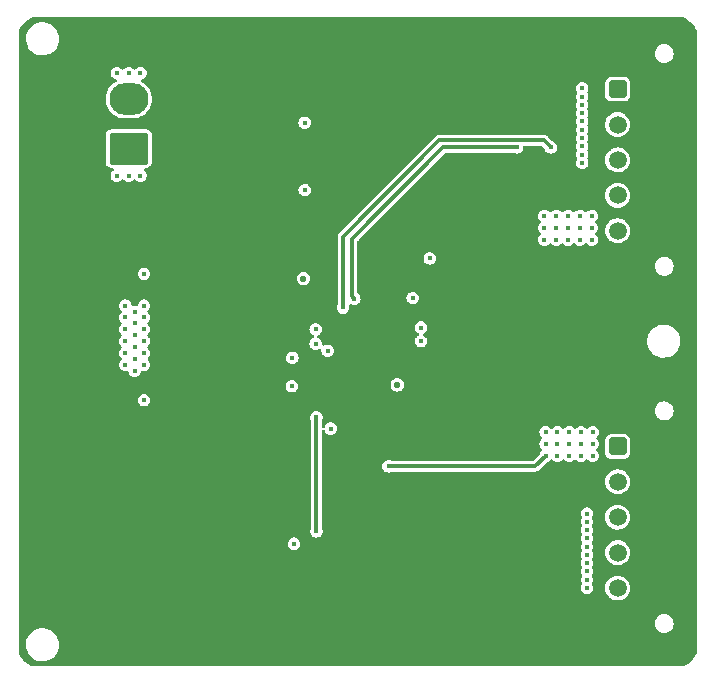
<source format=gbr>
G04 #@! TF.GenerationSoftware,KiCad,Pcbnew,(6.0.0)*
G04 #@! TF.CreationDate,2022-01-13T15:02:59+08:00*
G04 #@! TF.ProjectId,Dual-Power,4475616c-2d50-46f7-9765-722e6b696361,rev?*
G04 #@! TF.SameCoordinates,Original*
G04 #@! TF.FileFunction,Copper,L2,Inr*
G04 #@! TF.FilePolarity,Positive*
%FSLAX46Y46*%
G04 Gerber Fmt 4.6, Leading zero omitted, Abs format (unit mm)*
G04 Created by KiCad (PCBNEW (6.0.0)) date 2022-01-13 15:02:59*
%MOMM*%
%LPD*%
G01*
G04 APERTURE LIST*
G04 Aperture macros list*
%AMRoundRect*
0 Rectangle with rounded corners*
0 $1 Rounding radius*
0 $2 $3 $4 $5 $6 $7 $8 $9 X,Y pos of 4 corners*
0 Add a 4 corners polygon primitive as box body*
4,1,4,$2,$3,$4,$5,$6,$7,$8,$9,$2,$3,0*
0 Add four circle primitives for the rounded corners*
1,1,$1+$1,$2,$3*
1,1,$1+$1,$4,$5*
1,1,$1+$1,$6,$7*
1,1,$1+$1,$8,$9*
0 Add four rect primitives between the rounded corners*
20,1,$1+$1,$2,$3,$4,$5,0*
20,1,$1+$1,$4,$5,$6,$7,0*
20,1,$1+$1,$6,$7,$8,$9,0*
20,1,$1+$1,$8,$9,$2,$3,0*%
G04 Aperture macros list end*
G04 #@! TA.AperFunction,ComponentPad*
%ADD10RoundRect,0.250000X-0.500000X0.500000X-0.500000X-0.500000X0.500000X-0.500000X0.500000X0.500000X0*%
G04 #@! TD*
G04 #@! TA.AperFunction,ComponentPad*
%ADD11C,1.500000*%
G04 #@! TD*
G04 #@! TA.AperFunction,ComponentPad*
%ADD12RoundRect,0.250001X1.399999X-1.099999X1.399999X1.099999X-1.399999X1.099999X-1.399999X-1.099999X0*%
G04 #@! TD*
G04 #@! TA.AperFunction,ComponentPad*
%ADD13O,3.300000X2.700000*%
G04 #@! TD*
G04 #@! TA.AperFunction,ViaPad*
%ADD14C,0.500000*%
G04 #@! TD*
G04 #@! TA.AperFunction,ViaPad*
%ADD15C,0.450000*%
G04 #@! TD*
G04 #@! TA.AperFunction,ViaPad*
%ADD16C,0.550000*%
G04 #@! TD*
G04 #@! TA.AperFunction,Conductor*
%ADD17C,0.300000*%
G04 #@! TD*
G04 APERTURE END LIST*
D10*
G04 #@! TO.N,Vout1(12V)*
G04 #@! TO.C,J1*
X163500000Y-65860000D03*
D11*
X163500000Y-68860000D03*
X163500000Y-71860000D03*
X163500000Y-74860000D03*
X163500000Y-77860000D03*
G04 #@! TO.N,GND*
X166500000Y-65860000D03*
X166500000Y-68860000D03*
X166500000Y-71860000D03*
X166500000Y-74860000D03*
X166500000Y-77860000D03*
G04 #@! TD*
D10*
G04 #@! TO.N,Vout2(-12V)*
G04 #@! TO.C,J2*
X163500000Y-96110000D03*
D11*
X163500000Y-99110000D03*
X163500000Y-102110000D03*
X163500000Y-105110000D03*
X163500000Y-108110000D03*
G04 #@! TO.N,GND*
X166500000Y-96110000D03*
X166500000Y-99110000D03*
X166500000Y-102110000D03*
X166500000Y-105110000D03*
X166500000Y-108110000D03*
G04 #@! TD*
D12*
G04 #@! TO.N,VIN*
G04 #@! TO.C,J3*
X122100000Y-70900000D03*
D13*
X122100000Y-66700000D03*
G04 #@! TO.N,GND*
X116600000Y-70900000D03*
X116600000Y-66700000D03*
G04 #@! TD*
D14*
G04 #@! TO.N,GND*
X142400000Y-86160000D03*
X143200000Y-86160000D03*
X144000000Y-86160000D03*
X141600000Y-86960000D03*
X142400000Y-86960000D03*
X143200000Y-86960000D03*
X144000000Y-86960000D03*
X141600000Y-87760000D03*
X142400000Y-87760000D03*
X143200000Y-87760000D03*
X144000000Y-87760000D03*
X141600000Y-88560000D03*
X142400000Y-88560000D03*
X143200000Y-88560000D03*
X144000000Y-88560000D03*
D15*
X169400000Y-61800000D03*
X167400000Y-60700000D03*
X169400000Y-60700000D03*
X168400000Y-60700000D03*
X165400000Y-60700000D03*
X166400000Y-60700000D03*
X165400000Y-113800000D03*
X166400000Y-113800000D03*
X169400000Y-113800000D03*
X167400000Y-113800000D03*
X168400000Y-113800000D03*
X117400000Y-60700000D03*
X118400000Y-60700000D03*
X119400000Y-60700000D03*
X120400000Y-60700000D03*
X121400000Y-60700000D03*
X122400000Y-60700000D03*
X123400000Y-60700000D03*
X124400000Y-60700000D03*
X125400000Y-60700000D03*
X126400000Y-60700000D03*
X127400000Y-60700000D03*
X128400000Y-60700000D03*
X129400000Y-60700000D03*
X130400000Y-60700000D03*
X131400000Y-60700000D03*
X132400000Y-60700000D03*
X133400000Y-60700000D03*
X134400000Y-60700000D03*
X135400000Y-60700000D03*
X136400000Y-60700000D03*
X137400000Y-60700000D03*
X138400000Y-60700000D03*
X139400000Y-60700000D03*
X140400000Y-60700000D03*
X141400000Y-60700000D03*
X142400000Y-60700000D03*
X143400000Y-60700000D03*
X144400000Y-60700000D03*
X145400000Y-60700000D03*
X146400000Y-60700000D03*
X147400000Y-60700000D03*
X148400000Y-60700000D03*
X149400000Y-60700000D03*
X150400000Y-60700000D03*
X151400000Y-60700000D03*
X152400000Y-60700000D03*
X153400000Y-60700000D03*
X154400000Y-60700000D03*
X155400000Y-60700000D03*
X156400000Y-60700000D03*
X157400000Y-60700000D03*
X158400000Y-60700000D03*
X159400000Y-60700000D03*
X160400000Y-60700000D03*
X161400000Y-60700000D03*
X162400000Y-60700000D03*
X163400000Y-60700000D03*
X164400000Y-60700000D03*
X142400000Y-113800000D03*
X128400000Y-113800000D03*
X144400000Y-113800000D03*
X136400000Y-113800000D03*
X134400000Y-113800000D03*
X152400000Y-113800000D03*
X119400000Y-113800000D03*
X129400000Y-113800000D03*
X124400000Y-113800000D03*
X123400000Y-113800000D03*
X118400000Y-113800000D03*
X125400000Y-113800000D03*
X117400000Y-113800000D03*
X137400000Y-113800000D03*
X138400000Y-113800000D03*
X121400000Y-113800000D03*
X141400000Y-113800000D03*
X143400000Y-113800000D03*
X146400000Y-113800000D03*
X149400000Y-113800000D03*
X120400000Y-113800000D03*
X150400000Y-113800000D03*
X151400000Y-113800000D03*
X154400000Y-113800000D03*
X155400000Y-113800000D03*
X147400000Y-113800000D03*
X158400000Y-113800000D03*
X139400000Y-113800000D03*
X159400000Y-113800000D03*
X132400000Y-113800000D03*
X160400000Y-113800000D03*
X161400000Y-113800000D03*
X145400000Y-113800000D03*
X133400000Y-113800000D03*
X130400000Y-113800000D03*
X148400000Y-113800000D03*
X153400000Y-113800000D03*
X122400000Y-113800000D03*
X126400000Y-113800000D03*
X156400000Y-113800000D03*
X157400000Y-113800000D03*
X127400000Y-113800000D03*
X135400000Y-113800000D03*
X131400000Y-113800000D03*
X140400000Y-113800000D03*
X163400000Y-113800000D03*
X164400000Y-113800000D03*
X162400000Y-113800000D03*
X169400000Y-83900000D03*
X169400000Y-72900000D03*
X169400000Y-101900000D03*
X169400000Y-96900000D03*
X169400000Y-86900000D03*
X169400000Y-100900000D03*
X169400000Y-69900000D03*
X169400000Y-91900000D03*
X169400000Y-105900000D03*
X169400000Y-73900000D03*
X169400001Y-107900000D03*
X169400000Y-95900000D03*
X169400001Y-84900000D03*
X169400001Y-103900000D03*
X169400000Y-104900000D03*
X169400000Y-74900000D03*
X169400000Y-108900000D03*
X169400000Y-81900000D03*
X169400000Y-68900000D03*
X169400000Y-88900000D03*
X169400001Y-75900000D03*
X169400000Y-97900000D03*
X169400000Y-76900000D03*
X169400000Y-90900000D03*
X169400000Y-99900000D03*
X169400000Y-67900000D03*
X169400001Y-98900000D03*
X169400000Y-63900000D03*
X169400000Y-106900000D03*
X169400001Y-66900000D03*
X169400001Y-70900000D03*
X169400001Y-93900000D03*
X169400001Y-102900000D03*
X169400001Y-94900000D03*
X169400000Y-65900000D03*
X169400001Y-71900000D03*
X169400000Y-79900000D03*
X169400000Y-85900000D03*
X169400000Y-92900000D03*
X169400001Y-80900000D03*
X169400000Y-64900000D03*
X169400000Y-77900000D03*
X169400001Y-89900000D03*
X169400001Y-112900000D03*
X169400000Y-87900000D03*
X169400000Y-111900000D03*
X169400000Y-78900000D03*
X169400000Y-110900000D03*
X169400001Y-62900000D03*
X169400000Y-109900000D03*
X169400000Y-82900000D03*
D14*
X141600000Y-86160000D03*
D15*
X133750000Y-87500000D03*
X138000000Y-88600000D03*
X140600000Y-89930000D03*
X140100000Y-94350000D03*
X133750000Y-86850000D03*
X133750000Y-88150000D03*
X133750000Y-86200000D03*
G04 #@! TO.N,VIN*
X123400000Y-84200000D03*
X123400000Y-85200000D03*
X123400000Y-86200000D03*
X123400000Y-87200000D03*
X123400000Y-88200000D03*
X123400000Y-89200000D03*
X121800000Y-86200000D03*
X121800000Y-87200000D03*
X122600000Y-88700000D03*
X121800000Y-89200000D03*
X121800000Y-84200000D03*
X121800000Y-85200000D03*
X122600000Y-89700000D03*
X122600000Y-84700000D03*
X122600000Y-86700000D03*
X122600000Y-87700000D03*
X122600000Y-85700000D03*
X121800000Y-88200000D03*
X123100000Y-73199999D03*
X121100000Y-73200000D03*
X122100000Y-73200000D03*
X121100000Y-64500000D03*
X123100000Y-64499999D03*
X122100000Y-64500000D03*
X123400000Y-81500000D03*
X146849982Y-87199990D03*
X135910016Y-91010014D03*
X123400000Y-92200000D03*
G04 #@! TO.N,INTVcc*
X135950000Y-88600000D03*
X138950000Y-88000000D03*
X139200000Y-94600000D03*
G04 #@! TO.N,Vout2(-12V)*
X160400000Y-96900000D03*
X157400000Y-96900000D03*
X161400000Y-96900000D03*
X158400000Y-96900000D03*
X159400000Y-96900000D03*
X158400000Y-94900000D03*
X159400000Y-95900000D03*
X158400000Y-95900000D03*
X161400000Y-94900000D03*
X159400000Y-94900000D03*
X157400000Y-95900000D03*
X157400000Y-94900000D03*
X160400000Y-95900000D03*
X161400000Y-95900000D03*
X160400000Y-94900000D03*
X160900000Y-105300000D03*
X160900000Y-106700000D03*
X160900000Y-101800000D03*
X160900000Y-108100000D03*
X160900000Y-103200000D03*
X160900000Y-107400000D03*
X160900000Y-106000000D03*
X160900000Y-104600000D03*
X160900000Y-103900000D03*
X160900000Y-102500000D03*
X144099998Y-97800001D03*
G04 #@! TO.N,Net-(C23-Pad1)*
X147600000Y-80200000D03*
G04 #@! TO.N,Vout1(12V)*
X160500000Y-65800000D03*
X160500000Y-68600000D03*
X160500000Y-67900000D03*
X160500000Y-67200000D03*
X160500000Y-66500000D03*
X160500000Y-69300000D03*
X160500000Y-70000000D03*
X160500000Y-71400000D03*
X160500000Y-70700000D03*
X160500000Y-72100000D03*
X158300000Y-76600000D03*
X159300000Y-76600000D03*
X160300000Y-76600000D03*
X161300000Y-76600000D03*
X157300000Y-77600000D03*
X158300000Y-77600000D03*
X159300000Y-77600000D03*
X160300000Y-77600000D03*
X161300000Y-77600000D03*
X157300000Y-78600000D03*
X158300000Y-78600000D03*
X159300000Y-78600000D03*
X160300000Y-78600000D03*
X161300000Y-78600000D03*
X157300000Y-76600000D03*
X157850000Y-70800000D03*
X140250000Y-84350000D03*
G04 #@! TO.N,Net-(C25-Pad1)*
X154950000Y-70800000D03*
X141200000Y-83600000D03*
G04 #@! TO.N,Net-(D1-Pad2)*
X137940000Y-86200000D03*
G04 #@! TO.N,Net-(D2-Pad2)*
X137940000Y-87410000D03*
G04 #@! TO.N,Net-(Q1-Pad4)*
X136100000Y-104350000D03*
D16*
X144850000Y-90900000D03*
D15*
G04 #@! TO.N,Net-(Q1-Pad1)*
X138000000Y-93650000D03*
X138000000Y-103300000D03*
G04 #@! TO.N,Net-(Q2-Pad4)*
X146850000Y-86050000D03*
D16*
X136900000Y-81900000D03*
D15*
G04 #@! TO.N,Net-(Q3-Pad4)*
X137000000Y-68700000D03*
X137000000Y-74400000D03*
X146150001Y-83550005D03*
G04 #@! TD*
D17*
G04 #@! TO.N,Vout2(-12V)*
X156499999Y-97800001D02*
X157400000Y-96900000D01*
X144099998Y-97800001D02*
X156499999Y-97800001D01*
G04 #@! TO.N,Vout1(12V)*
X140250000Y-84350000D02*
X140250000Y-78350000D01*
X140250000Y-78350000D02*
X148400000Y-70200000D01*
X148400000Y-70200000D02*
X157250000Y-70200000D01*
X157250000Y-70200000D02*
X157850000Y-70800000D01*
G04 #@! TO.N,Net-(C25-Pad1)*
X141000000Y-78550000D02*
X148750000Y-70800000D01*
X148750000Y-70800000D02*
X154950000Y-70800000D01*
X141200000Y-83600000D02*
X141000000Y-83400000D01*
X141000000Y-83400000D02*
X141000000Y-78550000D01*
G04 #@! TO.N,Net-(Q1-Pad1)*
X138000000Y-93650000D02*
X138000000Y-103300000D01*
G04 #@! TD*
G04 #@! TA.AperFunction,Conductor*
G04 #@! TO.N,GND*
G36*
X169131133Y-59810925D02*
G01*
X169215545Y-59848916D01*
X169228804Y-59855874D01*
X169443324Y-59985555D01*
X169455647Y-59994061D01*
X169652968Y-60148652D01*
X169664176Y-60158582D01*
X169841418Y-60335824D01*
X169851348Y-60347032D01*
X170005939Y-60544353D01*
X170014443Y-60556674D01*
X170075769Y-60658119D01*
X170144126Y-60771196D01*
X170151084Y-60784455D01*
X170189075Y-60868867D01*
X170200000Y-60919758D01*
X170200000Y-113580242D01*
X170189075Y-113631133D01*
X170151084Y-113715545D01*
X170144126Y-113728804D01*
X170084680Y-113827141D01*
X170038403Y-113903693D01*
X170014445Y-113943324D01*
X170005939Y-113955647D01*
X169851348Y-114152968D01*
X169841418Y-114164176D01*
X169664176Y-114341418D01*
X169652968Y-114351348D01*
X169455647Y-114505939D01*
X169443324Y-114514445D01*
X169228804Y-114644126D01*
X169215545Y-114651084D01*
X169131133Y-114689075D01*
X169080242Y-114700000D01*
X113919758Y-114700000D01*
X113868867Y-114689075D01*
X113784455Y-114651084D01*
X113771196Y-114644126D01*
X113556676Y-114514445D01*
X113544353Y-114505939D01*
X113347032Y-114351348D01*
X113335824Y-114341418D01*
X113158582Y-114164176D01*
X113148652Y-114152968D01*
X112994061Y-113955647D01*
X112985555Y-113943324D01*
X112961598Y-113903693D01*
X112915320Y-113827141D01*
X112855874Y-113728804D01*
X112848916Y-113715545D01*
X112810925Y-113631133D01*
X112800000Y-113580242D01*
X112800000Y-112833789D01*
X113395996Y-112833789D01*
X113404913Y-113071295D01*
X113405990Y-113076430D01*
X113405991Y-113076435D01*
X113437477Y-113226494D01*
X113453719Y-113303904D01*
X113541020Y-113524963D01*
X113543741Y-113529447D01*
X113543743Y-113529451D01*
X113611233Y-113640670D01*
X113664319Y-113728153D01*
X113820090Y-113907664D01*
X114003880Y-114058362D01*
X114008441Y-114060958D01*
X114008442Y-114060959D01*
X114205875Y-114173345D01*
X114205880Y-114173347D01*
X114210433Y-114175939D01*
X114433844Y-114257034D01*
X114667725Y-114299326D01*
X114692619Y-114300500D01*
X114859680Y-114300500D01*
X114862296Y-114300278D01*
X114862297Y-114300278D01*
X115031590Y-114285913D01*
X115036823Y-114285469D01*
X115266874Y-114225760D01*
X115483576Y-114128143D01*
X115680732Y-113995409D01*
X115852705Y-113831355D01*
X115994579Y-113640670D01*
X116025302Y-113580242D01*
X116099913Y-113433493D01*
X116099915Y-113433488D01*
X116102295Y-113428807D01*
X116172775Y-113201824D01*
X116204004Y-112966211D01*
X116195087Y-112728705D01*
X116189442Y-112701798D01*
X116147361Y-112501242D01*
X116147360Y-112501239D01*
X116146281Y-112496096D01*
X116058980Y-112275037D01*
X115991607Y-112164009D01*
X115938408Y-112076341D01*
X115935681Y-112071847D01*
X115795336Y-111910113D01*
X115783356Y-111896307D01*
X115783355Y-111896306D01*
X115779910Y-111892336D01*
X115596120Y-111741638D01*
X115478687Y-111674791D01*
X115394125Y-111626655D01*
X115394120Y-111626653D01*
X115389567Y-111624061D01*
X115166156Y-111542966D01*
X114932275Y-111500674D01*
X114907381Y-111499500D01*
X114740320Y-111499500D01*
X114737704Y-111499722D01*
X114737703Y-111499722D01*
X114726484Y-111500674D01*
X114563177Y-111514531D01*
X114333126Y-111574240D01*
X114116424Y-111671857D01*
X113919268Y-111804591D01*
X113747295Y-111968645D01*
X113605421Y-112159330D01*
X113603042Y-112164008D01*
X113603042Y-112164009D01*
X113548875Y-112270549D01*
X113497705Y-112371193D01*
X113427225Y-112598176D01*
X113426534Y-112603386D01*
X113426534Y-112603388D01*
X113411139Y-112719543D01*
X113395996Y-112833789D01*
X112800000Y-112833789D01*
X112800000Y-111104376D01*
X166634455Y-111104376D01*
X166635179Y-111111265D01*
X166635179Y-111111268D01*
X166652502Y-111276087D01*
X166653227Y-111282983D01*
X166711103Y-111452993D01*
X166805206Y-111605955D01*
X166930859Y-111734268D01*
X167081817Y-111831554D01*
X167149994Y-111856368D01*
X167244063Y-111890607D01*
X167244065Y-111890608D01*
X167250578Y-111892978D01*
X167308253Y-111900264D01*
X167385417Y-111910012D01*
X167385423Y-111910012D01*
X167389283Y-111910500D01*
X167485155Y-111910500D01*
X167488602Y-111910113D01*
X167488608Y-111910113D01*
X167611581Y-111896319D01*
X167618472Y-111895546D01*
X167788073Y-111836485D01*
X167940375Y-111741316D01*
X168058451Y-111624061D01*
X168062890Y-111619653D01*
X168062891Y-111619652D01*
X168067807Y-111614770D01*
X168164037Y-111463136D01*
X168169984Y-111446436D01*
X168221957Y-111300479D01*
X168221958Y-111300475D01*
X168224281Y-111293951D01*
X168245545Y-111115624D01*
X168243640Y-111097494D01*
X168227498Y-110943913D01*
X168227498Y-110943911D01*
X168226773Y-110937017D01*
X168168897Y-110767007D01*
X168074794Y-110614045D01*
X167949141Y-110485732D01*
X167798183Y-110388446D01*
X167730006Y-110363632D01*
X167635937Y-110329393D01*
X167635935Y-110329392D01*
X167629422Y-110327022D01*
X167571747Y-110319736D01*
X167494583Y-110309988D01*
X167494577Y-110309988D01*
X167490717Y-110309500D01*
X167394845Y-110309500D01*
X167391398Y-110309887D01*
X167391392Y-110309887D01*
X167268419Y-110323681D01*
X167261528Y-110324454D01*
X167091927Y-110383515D01*
X166939625Y-110478684D01*
X166812193Y-110605230D01*
X166715963Y-110756864D01*
X166713636Y-110763399D01*
X166658043Y-110919521D01*
X166658042Y-110919525D01*
X166655719Y-110926049D01*
X166634455Y-111104376D01*
X112800000Y-111104376D01*
X112800000Y-108100000D01*
X160369965Y-108100000D01*
X160388026Y-108237183D01*
X160391137Y-108244694D01*
X160391138Y-108244697D01*
X160426046Y-108328973D01*
X160440976Y-108365017D01*
X160525209Y-108474791D01*
X160634982Y-108559024D01*
X160642490Y-108562134D01*
X160642492Y-108562135D01*
X160678980Y-108577248D01*
X160762817Y-108611974D01*
X160900000Y-108630035D01*
X161037183Y-108611974D01*
X161121020Y-108577248D01*
X161157508Y-108562135D01*
X161157510Y-108562134D01*
X161165018Y-108559024D01*
X161274791Y-108474791D01*
X161359024Y-108365017D01*
X161373954Y-108328973D01*
X161408862Y-108244697D01*
X161408863Y-108244694D01*
X161411974Y-108237183D01*
X161430035Y-108100000D01*
X161429411Y-108095262D01*
X162444520Y-108095262D01*
X162461759Y-108300553D01*
X162518544Y-108498586D01*
X162612712Y-108681818D01*
X162616480Y-108686572D01*
X162645402Y-108723062D01*
X162740677Y-108843270D01*
X162745296Y-108847201D01*
X162892950Y-108972865D01*
X162892955Y-108972869D01*
X162897564Y-108976791D01*
X163077398Y-109077297D01*
X163273329Y-109140959D01*
X163279347Y-109141677D01*
X163279349Y-109141677D01*
X163421410Y-109158616D01*
X163477894Y-109165351D01*
X163483938Y-109164886D01*
X163483939Y-109164886D01*
X163545266Y-109160167D01*
X163683300Y-109149546D01*
X163768596Y-109125731D01*
X163875885Y-109095776D01*
X163875889Y-109095774D01*
X163881725Y-109094145D01*
X164065610Y-109001258D01*
X164227951Y-108874424D01*
X164231907Y-108869840D01*
X164231911Y-108869837D01*
X164358602Y-108723062D01*
X164362564Y-108718472D01*
X164383387Y-108681818D01*
X164461327Y-108544618D01*
X164464323Y-108539344D01*
X164529351Y-108343863D01*
X164534823Y-108300553D01*
X164554736Y-108142919D01*
X164554736Y-108142915D01*
X164555171Y-108139474D01*
X164555583Y-108110000D01*
X164553547Y-108089232D01*
X164536072Y-107911006D01*
X164536072Y-107911004D01*
X164535480Y-107904970D01*
X164475935Y-107707749D01*
X164389240Y-107544697D01*
X164382065Y-107531203D01*
X164382064Y-107531201D01*
X164379218Y-107525849D01*
X164249011Y-107366200D01*
X164090275Y-107234882D01*
X163999665Y-107185889D01*
X163914393Y-107139783D01*
X163914391Y-107139782D01*
X163909055Y-107136897D01*
X163899991Y-107134091D01*
X163718046Y-107077770D01*
X163718047Y-107077770D01*
X163712254Y-107075977D01*
X163507369Y-107054443D01*
X163501336Y-107054992D01*
X163501332Y-107054992D01*
X163375721Y-107066424D01*
X163302203Y-107073114D01*
X163296390Y-107074825D01*
X163296389Y-107074825D01*
X163110392Y-107129567D01*
X163104572Y-107131280D01*
X163083122Y-107142494D01*
X162927374Y-107223917D01*
X162927370Y-107223920D01*
X162922002Y-107226726D01*
X162917279Y-107230523D01*
X162917278Y-107230524D01*
X162877114Y-107262817D01*
X162761447Y-107355815D01*
X162629024Y-107513630D01*
X162529776Y-107694162D01*
X162467484Y-107890532D01*
X162444520Y-108095262D01*
X161429411Y-108095262D01*
X161411974Y-107962817D01*
X161390514Y-107911006D01*
X161362135Y-107842494D01*
X161359024Y-107834983D01*
X161354075Y-107828533D01*
X161354073Y-107828530D01*
X161351740Y-107825489D01*
X161350568Y-107822458D01*
X161350011Y-107821493D01*
X161350161Y-107821406D01*
X161326543Y-107760321D01*
X161340580Y-107691876D01*
X161351740Y-107674511D01*
X161354073Y-107671470D01*
X161354075Y-107671467D01*
X161359024Y-107665017D01*
X161411974Y-107537183D01*
X161430035Y-107400000D01*
X161411974Y-107262817D01*
X161359024Y-107134983D01*
X161354075Y-107128533D01*
X161354073Y-107128530D01*
X161351740Y-107125489D01*
X161350568Y-107122458D01*
X161350011Y-107121493D01*
X161350161Y-107121406D01*
X161326543Y-107060321D01*
X161340580Y-106991876D01*
X161351740Y-106974511D01*
X161354073Y-106971470D01*
X161354075Y-106971467D01*
X161359024Y-106965017D01*
X161411974Y-106837183D01*
X161430035Y-106700000D01*
X161411974Y-106562817D01*
X161359024Y-106434983D01*
X161354075Y-106428533D01*
X161354073Y-106428530D01*
X161351740Y-106425489D01*
X161350568Y-106422458D01*
X161350011Y-106421493D01*
X161350161Y-106421406D01*
X161326543Y-106360321D01*
X161340580Y-106291876D01*
X161351740Y-106274511D01*
X161354073Y-106271470D01*
X161354075Y-106271467D01*
X161359024Y-106265017D01*
X161411974Y-106137183D01*
X161430035Y-106000000D01*
X161411974Y-105862817D01*
X161403878Y-105843270D01*
X161362135Y-105742494D01*
X161359024Y-105734983D01*
X161354075Y-105728533D01*
X161354073Y-105728530D01*
X161351740Y-105725489D01*
X161350568Y-105722458D01*
X161350011Y-105721493D01*
X161350161Y-105721406D01*
X161326543Y-105660321D01*
X161340580Y-105591876D01*
X161351740Y-105574511D01*
X161354073Y-105571470D01*
X161354075Y-105571467D01*
X161359024Y-105565017D01*
X161411974Y-105437183D01*
X161430035Y-105300000D01*
X161411974Y-105162817D01*
X161400869Y-105136005D01*
X161383992Y-105095262D01*
X162444520Y-105095262D01*
X162461759Y-105300553D01*
X162518544Y-105498586D01*
X162612712Y-105681818D01*
X162616480Y-105686572D01*
X162645402Y-105723062D01*
X162740677Y-105843270D01*
X162745296Y-105847201D01*
X162892950Y-105972865D01*
X162892955Y-105972869D01*
X162897564Y-105976791D01*
X163077398Y-106077297D01*
X163222785Y-106124536D01*
X163261708Y-106137183D01*
X163273329Y-106140959D01*
X163279347Y-106141677D01*
X163279349Y-106141677D01*
X163421410Y-106158616D01*
X163477894Y-106165351D01*
X163483938Y-106164886D01*
X163483939Y-106164886D01*
X163545266Y-106160167D01*
X163683300Y-106149546D01*
X163768596Y-106125731D01*
X163875885Y-106095776D01*
X163875889Y-106095774D01*
X163881725Y-106094145D01*
X164065610Y-106001258D01*
X164227951Y-105874424D01*
X164231907Y-105869840D01*
X164231911Y-105869837D01*
X164358602Y-105723062D01*
X164362564Y-105718472D01*
X164368443Y-105708124D01*
X164461327Y-105544618D01*
X164464323Y-105539344D01*
X164529351Y-105343863D01*
X164534823Y-105300553D01*
X164554736Y-105142919D01*
X164554736Y-105142915D01*
X164555171Y-105139474D01*
X164555583Y-105110000D01*
X164546905Y-105021493D01*
X164536072Y-104911006D01*
X164536072Y-104911004D01*
X164535480Y-104904970D01*
X164475935Y-104707749D01*
X164379218Y-104525849D01*
X164249011Y-104366200D01*
X164229429Y-104350000D01*
X164094946Y-104238746D01*
X164094945Y-104238745D01*
X164090275Y-104234882D01*
X163909055Y-104136897D01*
X163899991Y-104134091D01*
X163718046Y-104077770D01*
X163718047Y-104077770D01*
X163712254Y-104075977D01*
X163507369Y-104054443D01*
X163501336Y-104054992D01*
X163501332Y-104054992D01*
X163375721Y-104066424D01*
X163302203Y-104073114D01*
X163296390Y-104074825D01*
X163296389Y-104074825D01*
X163236355Y-104092494D01*
X163104572Y-104131280D01*
X163054407Y-104157506D01*
X162927374Y-104223917D01*
X162927370Y-104223920D01*
X162922002Y-104226726D01*
X162917279Y-104230523D01*
X162917278Y-104230524D01*
X162905892Y-104239679D01*
X162761447Y-104355815D01*
X162629024Y-104513630D01*
X162529776Y-104694162D01*
X162527942Y-104699944D01*
X162527941Y-104699946D01*
X162471271Y-104878594D01*
X162467484Y-104890532D01*
X162444520Y-105095262D01*
X161383992Y-105095262D01*
X161362135Y-105042494D01*
X161359024Y-105034983D01*
X161354075Y-105028533D01*
X161354073Y-105028530D01*
X161351740Y-105025489D01*
X161350568Y-105022458D01*
X161350011Y-105021493D01*
X161350161Y-105021406D01*
X161326543Y-104960321D01*
X161340580Y-104891876D01*
X161351740Y-104874511D01*
X161354073Y-104871470D01*
X161354075Y-104871467D01*
X161359024Y-104865017D01*
X161411974Y-104737183D01*
X161430035Y-104600000D01*
X161411974Y-104462817D01*
X161359024Y-104334983D01*
X161354075Y-104328533D01*
X161354073Y-104328530D01*
X161351740Y-104325489D01*
X161350568Y-104322458D01*
X161350011Y-104321493D01*
X161350161Y-104321406D01*
X161326543Y-104260321D01*
X161340580Y-104191876D01*
X161351740Y-104174511D01*
X161354073Y-104171470D01*
X161354075Y-104171467D01*
X161359024Y-104165017D01*
X161394845Y-104078536D01*
X161408862Y-104044697D01*
X161408863Y-104044694D01*
X161411974Y-104037183D01*
X161430035Y-103900000D01*
X161411974Y-103762817D01*
X161359024Y-103634983D01*
X161354075Y-103628533D01*
X161354073Y-103628530D01*
X161351740Y-103625489D01*
X161350568Y-103622458D01*
X161350011Y-103621493D01*
X161350161Y-103621406D01*
X161326543Y-103560321D01*
X161340580Y-103491876D01*
X161351740Y-103474511D01*
X161354073Y-103471470D01*
X161354075Y-103471467D01*
X161359024Y-103465017D01*
X161411974Y-103337183D01*
X161430035Y-103200000D01*
X161411974Y-103062817D01*
X161395844Y-103023874D01*
X161362135Y-102942494D01*
X161359024Y-102934983D01*
X161354075Y-102928533D01*
X161354073Y-102928530D01*
X161351740Y-102925489D01*
X161350568Y-102922458D01*
X161350011Y-102921493D01*
X161350161Y-102921406D01*
X161326543Y-102860321D01*
X161340580Y-102791876D01*
X161351740Y-102774511D01*
X161354073Y-102771470D01*
X161354075Y-102771467D01*
X161359024Y-102765017D01*
X161411974Y-102637183D01*
X161430035Y-102500000D01*
X161411974Y-102362817D01*
X161401633Y-102337850D01*
X161362135Y-102242494D01*
X161359024Y-102234983D01*
X161354075Y-102228533D01*
X161354073Y-102228530D01*
X161351740Y-102225489D01*
X161350568Y-102222458D01*
X161350011Y-102221493D01*
X161350161Y-102221406D01*
X161326543Y-102160321D01*
X161339886Y-102095262D01*
X162444520Y-102095262D01*
X162461759Y-102300553D01*
X162518544Y-102498586D01*
X162612712Y-102681818D01*
X162616480Y-102686572D01*
X162689416Y-102778594D01*
X162740677Y-102843270D01*
X162745296Y-102847201D01*
X162892950Y-102972865D01*
X162892955Y-102972869D01*
X162897564Y-102976791D01*
X163077398Y-103077297D01*
X163273329Y-103140959D01*
X163279347Y-103141677D01*
X163279349Y-103141677D01*
X163393626Y-103155303D01*
X163477894Y-103165351D01*
X163483938Y-103164886D01*
X163483939Y-103164886D01*
X163545266Y-103160167D01*
X163683300Y-103149546D01*
X163768596Y-103125731D01*
X163875885Y-103095776D01*
X163875889Y-103095774D01*
X163881725Y-103094145D01*
X164065610Y-103001258D01*
X164227951Y-102874424D01*
X164231907Y-102869840D01*
X164231911Y-102869837D01*
X164358602Y-102723062D01*
X164362564Y-102718472D01*
X164383387Y-102681818D01*
X164461327Y-102544618D01*
X164464323Y-102539344D01*
X164523046Y-102362817D01*
X164527439Y-102349611D01*
X164527439Y-102349610D01*
X164529351Y-102343863D01*
X164534823Y-102300553D01*
X164554736Y-102142919D01*
X164554736Y-102142915D01*
X164555171Y-102139474D01*
X164555583Y-102110000D01*
X164551805Y-102071470D01*
X164536072Y-101911006D01*
X164536072Y-101911004D01*
X164535480Y-101904970D01*
X164475935Y-101707749D01*
X164379218Y-101525849D01*
X164249011Y-101366200D01*
X164224503Y-101345925D01*
X164094946Y-101238746D01*
X164094945Y-101238745D01*
X164090275Y-101234882D01*
X163909055Y-101136897D01*
X163899991Y-101134091D01*
X163718046Y-101077770D01*
X163718047Y-101077770D01*
X163712254Y-101075977D01*
X163507369Y-101054443D01*
X163501336Y-101054992D01*
X163501332Y-101054992D01*
X163375721Y-101066424D01*
X163302203Y-101073114D01*
X163296390Y-101074825D01*
X163296389Y-101074825D01*
X163292475Y-101075977D01*
X163104572Y-101131280D01*
X163020819Y-101175065D01*
X162927374Y-101223917D01*
X162927370Y-101223920D01*
X162922002Y-101226726D01*
X162917279Y-101230523D01*
X162917278Y-101230524D01*
X162773748Y-101345925D01*
X162761447Y-101355815D01*
X162629024Y-101513630D01*
X162529776Y-101694162D01*
X162467484Y-101890532D01*
X162463156Y-101929120D01*
X162446390Y-102078594D01*
X162444520Y-102095262D01*
X161339886Y-102095262D01*
X161340580Y-102091876D01*
X161351740Y-102074511D01*
X161354073Y-102071470D01*
X161354075Y-102071467D01*
X161359024Y-102065017D01*
X161411974Y-101937183D01*
X161430035Y-101800000D01*
X161411974Y-101662817D01*
X161359024Y-101534983D01*
X161274791Y-101425209D01*
X161165018Y-101340976D01*
X161157510Y-101337866D01*
X161157508Y-101337865D01*
X161121020Y-101322752D01*
X161037183Y-101288026D01*
X160900000Y-101269965D01*
X160762817Y-101288026D01*
X160755306Y-101291137D01*
X160755303Y-101291138D01*
X160755301Y-101291139D01*
X160634983Y-101340976D01*
X160525209Y-101425209D01*
X160440976Y-101534983D01*
X160388026Y-101662817D01*
X160369965Y-101800000D01*
X160388026Y-101937183D01*
X160440976Y-102065017D01*
X160445925Y-102071467D01*
X160445927Y-102071470D01*
X160448260Y-102074511D01*
X160449432Y-102077542D01*
X160449989Y-102078507D01*
X160449839Y-102078594D01*
X160473457Y-102139679D01*
X160459420Y-102208124D01*
X160448260Y-102225489D01*
X160445927Y-102228530D01*
X160445925Y-102228533D01*
X160440976Y-102234983D01*
X160437865Y-102242494D01*
X160398368Y-102337850D01*
X160388026Y-102362817D01*
X160369965Y-102500000D01*
X160388026Y-102637183D01*
X160440976Y-102765017D01*
X160445925Y-102771467D01*
X160445927Y-102771470D01*
X160448260Y-102774511D01*
X160449432Y-102777542D01*
X160449989Y-102778507D01*
X160449839Y-102778594D01*
X160473457Y-102839679D01*
X160459420Y-102908124D01*
X160448260Y-102925489D01*
X160445927Y-102928530D01*
X160445925Y-102928533D01*
X160440976Y-102934983D01*
X160437865Y-102942494D01*
X160404157Y-103023874D01*
X160388026Y-103062817D01*
X160369965Y-103200000D01*
X160388026Y-103337183D01*
X160440976Y-103465017D01*
X160445925Y-103471467D01*
X160445927Y-103471470D01*
X160448260Y-103474511D01*
X160449432Y-103477542D01*
X160449989Y-103478507D01*
X160449839Y-103478594D01*
X160473457Y-103539679D01*
X160459420Y-103608124D01*
X160448260Y-103625489D01*
X160445927Y-103628530D01*
X160445925Y-103628533D01*
X160440976Y-103634983D01*
X160388026Y-103762817D01*
X160369965Y-103900000D01*
X160388026Y-104037183D01*
X160391137Y-104044694D01*
X160391138Y-104044697D01*
X160405155Y-104078536D01*
X160440976Y-104165017D01*
X160445925Y-104171467D01*
X160445927Y-104171470D01*
X160448260Y-104174511D01*
X160449432Y-104177542D01*
X160449989Y-104178507D01*
X160449839Y-104178594D01*
X160473457Y-104239679D01*
X160459420Y-104308124D01*
X160448260Y-104325489D01*
X160445927Y-104328530D01*
X160445925Y-104328533D01*
X160440976Y-104334983D01*
X160388026Y-104462817D01*
X160369965Y-104600000D01*
X160388026Y-104737183D01*
X160440976Y-104865017D01*
X160445925Y-104871467D01*
X160445927Y-104871470D01*
X160448260Y-104874511D01*
X160449432Y-104877542D01*
X160449989Y-104878507D01*
X160449839Y-104878594D01*
X160473457Y-104939679D01*
X160459420Y-105008124D01*
X160448260Y-105025489D01*
X160445927Y-105028530D01*
X160445925Y-105028533D01*
X160440976Y-105034983D01*
X160437865Y-105042494D01*
X160399132Y-105136005D01*
X160388026Y-105162817D01*
X160369965Y-105300000D01*
X160388026Y-105437183D01*
X160440976Y-105565017D01*
X160445925Y-105571467D01*
X160445927Y-105571470D01*
X160448260Y-105574511D01*
X160449432Y-105577542D01*
X160449989Y-105578507D01*
X160449839Y-105578594D01*
X160473457Y-105639679D01*
X160459420Y-105708124D01*
X160448260Y-105725489D01*
X160445927Y-105728530D01*
X160445925Y-105728533D01*
X160440976Y-105734983D01*
X160437865Y-105742494D01*
X160396123Y-105843270D01*
X160388026Y-105862817D01*
X160369965Y-106000000D01*
X160388026Y-106137183D01*
X160440976Y-106265017D01*
X160445925Y-106271467D01*
X160445927Y-106271470D01*
X160448260Y-106274511D01*
X160449432Y-106277542D01*
X160449989Y-106278507D01*
X160449839Y-106278594D01*
X160473457Y-106339679D01*
X160459420Y-106408124D01*
X160448260Y-106425489D01*
X160445927Y-106428530D01*
X160445925Y-106428533D01*
X160440976Y-106434983D01*
X160388026Y-106562817D01*
X160369965Y-106700000D01*
X160388026Y-106837183D01*
X160440976Y-106965017D01*
X160445925Y-106971467D01*
X160445927Y-106971470D01*
X160448260Y-106974511D01*
X160449432Y-106977542D01*
X160449989Y-106978507D01*
X160449839Y-106978594D01*
X160473457Y-107039679D01*
X160459420Y-107108124D01*
X160448260Y-107125489D01*
X160445927Y-107128530D01*
X160445925Y-107128533D01*
X160440976Y-107134983D01*
X160388026Y-107262817D01*
X160369965Y-107400000D01*
X160388026Y-107537183D01*
X160440976Y-107665017D01*
X160445925Y-107671467D01*
X160445927Y-107671470D01*
X160448260Y-107674511D01*
X160449432Y-107677542D01*
X160449989Y-107678507D01*
X160449839Y-107678594D01*
X160473457Y-107739679D01*
X160459420Y-107808124D01*
X160448260Y-107825489D01*
X160445927Y-107828530D01*
X160445925Y-107828533D01*
X160440976Y-107834983D01*
X160437865Y-107842494D01*
X160409487Y-107911006D01*
X160388026Y-107962817D01*
X160369965Y-108100000D01*
X112800000Y-108100000D01*
X112800000Y-104350000D01*
X135569965Y-104350000D01*
X135588026Y-104487183D01*
X135591137Y-104494694D01*
X135591138Y-104494697D01*
X135601183Y-104518947D01*
X135640976Y-104615017D01*
X135725209Y-104724791D01*
X135834982Y-104809024D01*
X135842490Y-104812134D01*
X135842492Y-104812135D01*
X135878980Y-104827248D01*
X135962817Y-104861974D01*
X136100000Y-104880035D01*
X136237183Y-104861974D01*
X136321020Y-104827248D01*
X136357508Y-104812135D01*
X136357510Y-104812134D01*
X136365018Y-104809024D01*
X136474791Y-104724791D01*
X136559024Y-104615017D01*
X136598817Y-104518947D01*
X136608862Y-104494697D01*
X136608863Y-104494694D01*
X136611974Y-104487183D01*
X136630035Y-104350000D01*
X136611974Y-104212817D01*
X136597763Y-104178507D01*
X136562135Y-104092494D01*
X136559024Y-104084983D01*
X136474791Y-103975209D01*
X136365018Y-103890976D01*
X136357510Y-103887866D01*
X136357508Y-103887865D01*
X136321020Y-103872752D01*
X136237183Y-103838026D01*
X136100000Y-103819965D01*
X135962817Y-103838026D01*
X135955306Y-103841137D01*
X135955303Y-103841138D01*
X135955301Y-103841139D01*
X135834983Y-103890976D01*
X135725209Y-103975209D01*
X135640976Y-104084983D01*
X135637865Y-104092494D01*
X135602238Y-104178507D01*
X135588026Y-104212817D01*
X135569965Y-104350000D01*
X112800000Y-104350000D01*
X112800000Y-103300000D01*
X137469965Y-103300000D01*
X137488026Y-103437183D01*
X137491137Y-103444694D01*
X137491138Y-103444697D01*
X137504743Y-103477542D01*
X137540976Y-103565017D01*
X137625209Y-103674791D01*
X137734982Y-103759024D01*
X137742490Y-103762134D01*
X137742492Y-103762135D01*
X137744139Y-103762817D01*
X137862817Y-103811974D01*
X138000000Y-103830035D01*
X138137183Y-103811974D01*
X138255861Y-103762817D01*
X138257508Y-103762135D01*
X138257510Y-103762134D01*
X138265018Y-103759024D01*
X138374791Y-103674791D01*
X138459024Y-103565017D01*
X138495257Y-103477542D01*
X138508862Y-103444697D01*
X138508863Y-103444694D01*
X138511974Y-103437183D01*
X138530035Y-103300000D01*
X138511974Y-103162817D01*
X138502921Y-103140959D01*
X138459939Y-103037192D01*
X138450500Y-102989740D01*
X138450500Y-99095262D01*
X162444520Y-99095262D01*
X162461759Y-99300553D01*
X162518544Y-99498586D01*
X162612712Y-99681818D01*
X162616480Y-99686572D01*
X162645402Y-99723062D01*
X162740677Y-99843270D01*
X162745296Y-99847201D01*
X162892950Y-99972865D01*
X162892955Y-99972869D01*
X162897564Y-99976791D01*
X163077398Y-100077297D01*
X163273329Y-100140959D01*
X163279347Y-100141677D01*
X163279349Y-100141677D01*
X163421410Y-100158616D01*
X163477894Y-100165351D01*
X163483938Y-100164886D01*
X163483939Y-100164886D01*
X163545266Y-100160167D01*
X163683300Y-100149546D01*
X163768596Y-100125731D01*
X163875885Y-100095776D01*
X163875889Y-100095774D01*
X163881725Y-100094145D01*
X164065610Y-100001258D01*
X164227951Y-99874424D01*
X164231907Y-99869840D01*
X164231911Y-99869837D01*
X164358602Y-99723062D01*
X164362564Y-99718472D01*
X164383387Y-99681818D01*
X164461327Y-99544618D01*
X164464323Y-99539344D01*
X164529351Y-99343863D01*
X164534823Y-99300553D01*
X164554736Y-99142919D01*
X164554736Y-99142915D01*
X164555171Y-99139474D01*
X164555583Y-99110000D01*
X164535480Y-98904970D01*
X164475935Y-98707749D01*
X164379218Y-98525849D01*
X164249011Y-98366200D01*
X164183464Y-98311975D01*
X164094946Y-98238746D01*
X164094945Y-98238745D01*
X164090275Y-98234882D01*
X163909055Y-98136897D01*
X163899991Y-98134091D01*
X163718046Y-98077770D01*
X163718047Y-98077770D01*
X163712254Y-98075977D01*
X163507369Y-98054443D01*
X163501336Y-98054992D01*
X163501332Y-98054992D01*
X163375721Y-98066424D01*
X163302203Y-98073114D01*
X163296390Y-98074825D01*
X163296389Y-98074825D01*
X163124951Y-98125282D01*
X163104572Y-98131280D01*
X163033668Y-98168348D01*
X162927374Y-98223917D01*
X162927370Y-98223920D01*
X162922002Y-98226726D01*
X162917279Y-98230523D01*
X162917278Y-98230524D01*
X162793510Y-98330036D01*
X162761447Y-98355815D01*
X162629024Y-98513630D01*
X162529776Y-98694162D01*
X162467484Y-98890532D01*
X162444520Y-99095262D01*
X138450500Y-99095262D01*
X138450500Y-97800001D01*
X143569963Y-97800001D01*
X143588024Y-97937184D01*
X143640974Y-98065018D01*
X143725207Y-98174792D01*
X143834980Y-98259025D01*
X143842488Y-98262135D01*
X143842490Y-98262136D01*
X143878978Y-98277249D01*
X143962815Y-98311975D01*
X144099998Y-98330036D01*
X144237181Y-98311975D01*
X144362807Y-98259940D01*
X144410259Y-98250501D01*
X156465896Y-98250501D01*
X156480470Y-98251360D01*
X156505104Y-98254276D01*
X156505107Y-98254276D01*
X156514309Y-98255365D01*
X156550973Y-98248669D01*
X156572021Y-98244825D01*
X156575863Y-98244185D01*
X156612038Y-98238746D01*
X156633961Y-98235450D01*
X156640474Y-98232322D01*
X156647572Y-98231026D01*
X156661258Y-98223917D01*
X156699662Y-98203968D01*
X156703145Y-98202228D01*
X156756078Y-98176810D01*
X156761298Y-98171985D01*
X156761519Y-98171836D01*
X156767787Y-98168580D01*
X156772827Y-98164276D01*
X156810096Y-98127007D01*
X156813606Y-98123632D01*
X156848748Y-98091148D01*
X156848750Y-98091145D01*
X156855555Y-98084855D01*
X156859236Y-98078517D01*
X156864827Y-98072276D01*
X157499165Y-97437938D01*
X157539394Y-97411058D01*
X157544699Y-97408861D01*
X157584028Y-97392570D01*
X157657508Y-97362135D01*
X157657510Y-97362134D01*
X157665018Y-97359024D01*
X157774791Y-97274791D01*
X157779736Y-97268347D01*
X157779740Y-97268343D01*
X157801625Y-97239822D01*
X157858053Y-97198620D01*
X157927799Y-97194465D01*
X157988719Y-97228678D01*
X157998375Y-97239822D01*
X158020260Y-97268343D01*
X158020264Y-97268347D01*
X158025209Y-97274791D01*
X158134982Y-97359024D01*
X158142490Y-97362134D01*
X158142492Y-97362135D01*
X158178980Y-97377248D01*
X158262817Y-97411974D01*
X158400000Y-97430035D01*
X158537183Y-97411974D01*
X158621020Y-97377248D01*
X158657508Y-97362135D01*
X158657510Y-97362134D01*
X158665018Y-97359024D01*
X158774791Y-97274791D01*
X158779736Y-97268347D01*
X158779740Y-97268343D01*
X158801625Y-97239822D01*
X158858053Y-97198620D01*
X158927799Y-97194465D01*
X158988719Y-97228678D01*
X158998375Y-97239822D01*
X159020260Y-97268343D01*
X159020264Y-97268347D01*
X159025209Y-97274791D01*
X159134982Y-97359024D01*
X159142490Y-97362134D01*
X159142492Y-97362135D01*
X159178980Y-97377248D01*
X159262817Y-97411974D01*
X159400000Y-97430035D01*
X159537183Y-97411974D01*
X159621020Y-97377248D01*
X159657508Y-97362135D01*
X159657510Y-97362134D01*
X159665018Y-97359024D01*
X159774791Y-97274791D01*
X159779736Y-97268347D01*
X159779740Y-97268343D01*
X159801625Y-97239822D01*
X159858053Y-97198620D01*
X159927799Y-97194465D01*
X159988719Y-97228678D01*
X159998375Y-97239822D01*
X160020260Y-97268343D01*
X160020264Y-97268347D01*
X160025209Y-97274791D01*
X160134982Y-97359024D01*
X160142490Y-97362134D01*
X160142492Y-97362135D01*
X160178980Y-97377248D01*
X160262817Y-97411974D01*
X160400000Y-97430035D01*
X160537183Y-97411974D01*
X160621020Y-97377248D01*
X160657508Y-97362135D01*
X160657510Y-97362134D01*
X160665018Y-97359024D01*
X160774791Y-97274791D01*
X160779736Y-97268347D01*
X160779740Y-97268343D01*
X160801625Y-97239822D01*
X160858053Y-97198620D01*
X160927799Y-97194465D01*
X160988719Y-97228678D01*
X160998375Y-97239822D01*
X161020260Y-97268343D01*
X161020264Y-97268347D01*
X161025209Y-97274791D01*
X161134982Y-97359024D01*
X161142490Y-97362134D01*
X161142492Y-97362135D01*
X161178980Y-97377248D01*
X161262817Y-97411974D01*
X161400000Y-97430035D01*
X161537183Y-97411974D01*
X161621020Y-97377248D01*
X161657508Y-97362135D01*
X161657510Y-97362134D01*
X161665018Y-97359024D01*
X161774791Y-97274791D01*
X161859024Y-97165017D01*
X161911974Y-97037183D01*
X161930035Y-96900000D01*
X161911974Y-96762817D01*
X161900304Y-96734641D01*
X161866392Y-96652772D01*
X162449500Y-96652772D01*
X162449948Y-96656473D01*
X162459319Y-96733909D01*
X162460364Y-96742547D01*
X162463296Y-96749951D01*
X162463296Y-96749953D01*
X162483442Y-96800835D01*
X162515887Y-96882783D01*
X162520999Y-96889517D01*
X162520999Y-96889518D01*
X162601968Y-96996190D01*
X162607078Y-97002922D01*
X162613810Y-97008032D01*
X162690300Y-97066091D01*
X162727217Y-97094113D01*
X162735078Y-97097225D01*
X162735079Y-97097226D01*
X162860047Y-97146704D01*
X162860049Y-97146704D01*
X162867453Y-97149636D01*
X162875357Y-97150592D01*
X162875359Y-97150593D01*
X162928073Y-97156972D01*
X162957228Y-97160500D01*
X164042772Y-97160500D01*
X164071927Y-97156972D01*
X164124641Y-97150593D01*
X164124643Y-97150592D01*
X164132547Y-97149636D01*
X164139951Y-97146704D01*
X164139953Y-97146704D01*
X164264921Y-97097226D01*
X164264922Y-97097225D01*
X164272783Y-97094113D01*
X164309701Y-97066091D01*
X164386190Y-97008032D01*
X164392922Y-97002922D01*
X164398032Y-96996190D01*
X164479001Y-96889518D01*
X164479001Y-96889517D01*
X164484113Y-96882783D01*
X164516559Y-96800835D01*
X164536704Y-96749953D01*
X164536704Y-96749951D01*
X164539636Y-96742547D01*
X164540682Y-96733909D01*
X164550052Y-96656473D01*
X164550500Y-96652772D01*
X164550500Y-95567228D01*
X164542168Y-95498375D01*
X164540593Y-95485359D01*
X164540592Y-95485357D01*
X164539636Y-95477453D01*
X164519977Y-95427799D01*
X164487226Y-95345079D01*
X164487225Y-95345078D01*
X164484113Y-95337217D01*
X164464427Y-95311281D01*
X164398032Y-95223810D01*
X164392922Y-95217078D01*
X164272783Y-95125887D01*
X164264922Y-95122775D01*
X164264921Y-95122774D01*
X164139953Y-95073296D01*
X164139951Y-95073296D01*
X164132547Y-95070364D01*
X164124643Y-95069408D01*
X164124641Y-95069407D01*
X164064546Y-95062135D01*
X164042772Y-95059500D01*
X162957228Y-95059500D01*
X162935454Y-95062135D01*
X162875359Y-95069407D01*
X162875357Y-95069408D01*
X162867453Y-95070364D01*
X162860049Y-95073296D01*
X162860047Y-95073296D01*
X162735079Y-95122774D01*
X162735078Y-95122775D01*
X162727217Y-95125887D01*
X162607078Y-95217078D01*
X162601968Y-95223810D01*
X162535574Y-95311281D01*
X162515887Y-95337217D01*
X162512775Y-95345078D01*
X162512774Y-95345079D01*
X162480023Y-95427799D01*
X162460364Y-95477453D01*
X162459408Y-95485357D01*
X162459407Y-95485359D01*
X162457832Y-95498375D01*
X162449500Y-95567228D01*
X162449500Y-96652772D01*
X161866392Y-96652772D01*
X161862135Y-96642494D01*
X161859024Y-96634983D01*
X161774791Y-96525209D01*
X161739821Y-96498375D01*
X161698618Y-96441947D01*
X161694464Y-96372201D01*
X161728677Y-96311281D01*
X161739821Y-96301625D01*
X161768345Y-96279737D01*
X161774791Y-96274791D01*
X161859024Y-96165017D01*
X161911974Y-96037183D01*
X161930035Y-95900000D01*
X161911974Y-95762817D01*
X161859024Y-95634983D01*
X161774791Y-95525209D01*
X161739821Y-95498375D01*
X161698618Y-95441947D01*
X161694464Y-95372201D01*
X161728677Y-95311281D01*
X161739821Y-95301625D01*
X161768345Y-95279737D01*
X161774791Y-95274791D01*
X161859024Y-95165017D01*
X161902730Y-95059500D01*
X161908862Y-95044697D01*
X161908863Y-95044694D01*
X161911974Y-95037183D01*
X161930035Y-94900000D01*
X161911974Y-94762817D01*
X161902392Y-94739682D01*
X161862135Y-94642494D01*
X161859024Y-94634983D01*
X161774791Y-94525209D01*
X161665018Y-94440976D01*
X161657510Y-94437866D01*
X161657508Y-94437865D01*
X161597153Y-94412866D01*
X161537183Y-94388026D01*
X161400000Y-94369965D01*
X161262817Y-94388026D01*
X161255306Y-94391137D01*
X161255303Y-94391138D01*
X161255301Y-94391139D01*
X161134983Y-94440976D01*
X161025209Y-94525209D01*
X161020265Y-94531652D01*
X161020261Y-94531656D01*
X160998375Y-94560178D01*
X160941947Y-94601380D01*
X160872201Y-94605535D01*
X160811281Y-94571322D01*
X160801625Y-94560178D01*
X160779740Y-94531657D01*
X160779735Y-94531652D01*
X160774791Y-94525209D01*
X160665018Y-94440976D01*
X160657510Y-94437866D01*
X160657508Y-94437865D01*
X160597153Y-94412866D01*
X160537183Y-94388026D01*
X160400000Y-94369965D01*
X160262817Y-94388026D01*
X160255306Y-94391137D01*
X160255303Y-94391138D01*
X160255301Y-94391139D01*
X160134983Y-94440976D01*
X160025209Y-94525209D01*
X160020265Y-94531652D01*
X160020261Y-94531656D01*
X159998375Y-94560178D01*
X159941947Y-94601380D01*
X159872201Y-94605535D01*
X159811281Y-94571322D01*
X159801625Y-94560178D01*
X159779740Y-94531657D01*
X159779735Y-94531652D01*
X159774791Y-94525209D01*
X159665018Y-94440976D01*
X159657510Y-94437866D01*
X159657508Y-94437865D01*
X159597153Y-94412866D01*
X159537183Y-94388026D01*
X159400000Y-94369965D01*
X159262817Y-94388026D01*
X159255306Y-94391137D01*
X159255303Y-94391138D01*
X159255301Y-94391139D01*
X159134983Y-94440976D01*
X159025209Y-94525209D01*
X159020265Y-94531652D01*
X159020261Y-94531656D01*
X158998375Y-94560178D01*
X158941947Y-94601380D01*
X158872201Y-94605535D01*
X158811281Y-94571322D01*
X158801625Y-94560178D01*
X158779740Y-94531657D01*
X158779735Y-94531652D01*
X158774791Y-94525209D01*
X158665018Y-94440976D01*
X158657510Y-94437866D01*
X158657508Y-94437865D01*
X158597153Y-94412866D01*
X158537183Y-94388026D01*
X158400000Y-94369965D01*
X158262817Y-94388026D01*
X158255306Y-94391137D01*
X158255303Y-94391138D01*
X158255301Y-94391139D01*
X158134983Y-94440976D01*
X158025209Y-94525209D01*
X158020265Y-94531652D01*
X158020261Y-94531656D01*
X157998375Y-94560178D01*
X157941947Y-94601380D01*
X157872201Y-94605535D01*
X157811281Y-94571322D01*
X157801625Y-94560178D01*
X157779740Y-94531657D01*
X157779735Y-94531652D01*
X157774791Y-94525209D01*
X157665018Y-94440976D01*
X157657510Y-94437866D01*
X157657508Y-94437865D01*
X157597153Y-94412866D01*
X157537183Y-94388026D01*
X157400000Y-94369965D01*
X157262817Y-94388026D01*
X157255306Y-94391137D01*
X157255303Y-94391138D01*
X157255301Y-94391139D01*
X157134983Y-94440976D01*
X157025209Y-94525209D01*
X156940976Y-94634983D01*
X156937865Y-94642494D01*
X156897609Y-94739682D01*
X156888026Y-94762817D01*
X156869965Y-94900000D01*
X156888026Y-95037183D01*
X156891137Y-95044694D01*
X156891138Y-95044697D01*
X156897270Y-95059500D01*
X156940976Y-95165017D01*
X157025209Y-95274791D01*
X157031655Y-95279737D01*
X157060179Y-95301625D01*
X157101382Y-95358053D01*
X157105536Y-95427799D01*
X157071323Y-95488719D01*
X157060178Y-95498376D01*
X157031654Y-95520263D01*
X157031652Y-95520265D01*
X157025209Y-95525209D01*
X157020265Y-95531652D01*
X156990106Y-95570956D01*
X156940976Y-95634983D01*
X156888026Y-95762817D01*
X156869965Y-95900000D01*
X156888026Y-96037183D01*
X156940976Y-96165017D01*
X157025209Y-96274791D01*
X157031655Y-96279737D01*
X157060179Y-96301625D01*
X157101382Y-96358053D01*
X157105536Y-96427799D01*
X157071323Y-96488719D01*
X157060178Y-96498376D01*
X157031654Y-96520263D01*
X157031652Y-96520265D01*
X157025209Y-96525209D01*
X156940976Y-96634983D01*
X156891139Y-96755303D01*
X156888942Y-96760606D01*
X156862062Y-96800835D01*
X156349715Y-97313182D01*
X156288392Y-97346667D01*
X156262034Y-97349501D01*
X144410259Y-97349501D01*
X144362807Y-97340062D01*
X144357505Y-97337866D01*
X144237181Y-97288027D01*
X144099998Y-97269966D01*
X143962815Y-97288027D01*
X143955304Y-97291138D01*
X143955301Y-97291139D01*
X143871025Y-97326047D01*
X143834981Y-97340977D01*
X143828534Y-97345924D01*
X143807408Y-97362135D01*
X143725207Y-97425210D01*
X143640974Y-97534984D01*
X143588024Y-97662818D01*
X143569963Y-97800001D01*
X138450500Y-97800001D01*
X138450500Y-94787134D01*
X138470185Y-94720095D01*
X138522989Y-94674340D01*
X138592147Y-94664396D01*
X138655703Y-94693421D01*
X138689061Y-94739682D01*
X138740976Y-94865017D01*
X138825209Y-94974791D01*
X138934982Y-95059024D01*
X138942490Y-95062134D01*
X138942492Y-95062135D01*
X138969438Y-95073296D01*
X139062817Y-95111974D01*
X139200000Y-95130035D01*
X139337183Y-95111974D01*
X139430562Y-95073296D01*
X139457508Y-95062135D01*
X139457510Y-95062134D01*
X139465018Y-95059024D01*
X139574791Y-94974791D01*
X139659024Y-94865017D01*
X139691284Y-94787134D01*
X139708862Y-94744697D01*
X139708863Y-94744694D01*
X139711974Y-94737183D01*
X139730035Y-94600000D01*
X139711974Y-94462817D01*
X139704978Y-94445925D01*
X139662135Y-94342494D01*
X139659024Y-94334983D01*
X139574791Y-94225209D01*
X139465018Y-94140976D01*
X139457510Y-94137866D01*
X139457508Y-94137865D01*
X139421020Y-94122752D01*
X139337183Y-94088026D01*
X139200000Y-94069965D01*
X139062817Y-94088026D01*
X139055306Y-94091137D01*
X139055303Y-94091138D01*
X139055301Y-94091139D01*
X138934983Y-94140976D01*
X138825209Y-94225209D01*
X138740976Y-94334983D01*
X138737865Y-94342494D01*
X138689061Y-94460318D01*
X138645220Y-94514722D01*
X138578926Y-94536787D01*
X138511227Y-94519508D01*
X138463616Y-94468371D01*
X138450500Y-94412866D01*
X138450500Y-93960260D01*
X138459939Y-93912808D01*
X138508862Y-93794697D01*
X138508863Y-93794694D01*
X138511974Y-93787183D01*
X138530035Y-93650000D01*
X138511974Y-93512817D01*
X138493821Y-93468990D01*
X138462135Y-93392494D01*
X138459024Y-93384983D01*
X138374791Y-93275209D01*
X138265018Y-93190976D01*
X138257510Y-93187866D01*
X138257508Y-93187865D01*
X138221020Y-93172752D01*
X138137183Y-93138026D01*
X138000000Y-93119965D01*
X137862817Y-93138026D01*
X137855306Y-93141137D01*
X137855303Y-93141138D01*
X137855301Y-93141139D01*
X137734983Y-93190976D01*
X137625209Y-93275209D01*
X137620265Y-93281652D01*
X137557981Y-93362822D01*
X137540976Y-93384983D01*
X137537865Y-93392494D01*
X137506180Y-93468990D01*
X137488026Y-93512817D01*
X137469965Y-93650000D01*
X137488026Y-93787183D01*
X137491137Y-93794694D01*
X137491138Y-93794697D01*
X137540061Y-93912808D01*
X137549500Y-93960260D01*
X137549500Y-102989740D01*
X137540061Y-103037192D01*
X137497080Y-103140959D01*
X137488026Y-103162817D01*
X137469965Y-103300000D01*
X112800000Y-103300000D01*
X112800000Y-93104376D01*
X166634455Y-93104376D01*
X166635179Y-93111265D01*
X166635179Y-93111268D01*
X166638319Y-93141139D01*
X166653227Y-93282983D01*
X166711103Y-93452993D01*
X166805206Y-93605955D01*
X166930859Y-93734268D01*
X167081817Y-93831554D01*
X167149994Y-93856368D01*
X167244063Y-93890607D01*
X167244065Y-93890608D01*
X167250578Y-93892978D01*
X167308253Y-93900264D01*
X167385417Y-93910012D01*
X167385423Y-93910012D01*
X167389283Y-93910500D01*
X167485155Y-93910500D01*
X167488602Y-93910113D01*
X167488608Y-93910113D01*
X167611581Y-93896319D01*
X167618472Y-93895546D01*
X167788073Y-93836485D01*
X167940375Y-93741316D01*
X168067807Y-93614770D01*
X168164037Y-93463136D01*
X168169984Y-93446436D01*
X168221957Y-93300479D01*
X168221958Y-93300475D01*
X168224281Y-93293951D01*
X168245545Y-93115624D01*
X168243640Y-93097494D01*
X168227498Y-92943913D01*
X168227498Y-92943911D01*
X168226773Y-92937017D01*
X168168897Y-92767007D01*
X168074794Y-92614045D01*
X167949141Y-92485732D01*
X167798183Y-92388446D01*
X167677984Y-92344697D01*
X167635937Y-92329393D01*
X167635935Y-92329392D01*
X167629422Y-92327022D01*
X167571747Y-92319736D01*
X167494583Y-92309988D01*
X167494577Y-92309988D01*
X167490717Y-92309500D01*
X167394845Y-92309500D01*
X167391398Y-92309887D01*
X167391392Y-92309887D01*
X167268419Y-92323681D01*
X167261528Y-92324454D01*
X167091927Y-92383515D01*
X166939625Y-92478684D01*
X166812193Y-92605230D01*
X166715963Y-92756864D01*
X166713636Y-92763399D01*
X166658043Y-92919521D01*
X166658042Y-92919525D01*
X166655719Y-92926049D01*
X166634455Y-93104376D01*
X112800000Y-93104376D01*
X112800000Y-92200000D01*
X122869965Y-92200000D01*
X122888026Y-92337183D01*
X122891137Y-92344694D01*
X122891138Y-92344697D01*
X122910815Y-92392201D01*
X122940976Y-92465017D01*
X123025209Y-92574791D01*
X123134982Y-92659024D01*
X123142490Y-92662134D01*
X123142492Y-92662135D01*
X123178980Y-92677248D01*
X123262817Y-92711974D01*
X123400000Y-92730035D01*
X123537183Y-92711974D01*
X123621020Y-92677248D01*
X123657508Y-92662135D01*
X123657510Y-92662134D01*
X123665018Y-92659024D01*
X123774791Y-92574791D01*
X123859024Y-92465017D01*
X123889185Y-92392201D01*
X123908862Y-92344697D01*
X123908863Y-92344694D01*
X123911974Y-92337183D01*
X123930035Y-92200000D01*
X123911974Y-92062817D01*
X123859024Y-91934983D01*
X123774791Y-91825209D01*
X123665018Y-91740976D01*
X123657510Y-91737866D01*
X123657508Y-91737865D01*
X123621020Y-91722752D01*
X123537183Y-91688026D01*
X123400000Y-91669965D01*
X123262817Y-91688026D01*
X123255306Y-91691137D01*
X123255303Y-91691138D01*
X123255301Y-91691139D01*
X123134983Y-91740976D01*
X123025209Y-91825209D01*
X122940976Y-91934983D01*
X122888026Y-92062817D01*
X122869965Y-92200000D01*
X112800000Y-92200000D01*
X112800000Y-91010014D01*
X135379981Y-91010014D01*
X135398042Y-91147197D01*
X135401153Y-91154708D01*
X135401154Y-91154711D01*
X135415868Y-91190233D01*
X135450992Y-91275031D01*
X135535225Y-91384805D01*
X135644998Y-91469038D01*
X135652506Y-91472148D01*
X135652508Y-91472149D01*
X135672588Y-91480466D01*
X135772833Y-91521988D01*
X135910016Y-91540049D01*
X136047199Y-91521988D01*
X136147444Y-91480466D01*
X136167524Y-91472149D01*
X136167526Y-91472148D01*
X136175034Y-91469038D01*
X136284807Y-91384805D01*
X136369040Y-91275031D01*
X136404164Y-91190233D01*
X136418878Y-91154711D01*
X136418879Y-91154708D01*
X136421990Y-91147197D01*
X136440051Y-91010014D01*
X136425567Y-90900000D01*
X144269534Y-90900000D01*
X144289313Y-91050236D01*
X144347302Y-91190233D01*
X144439549Y-91310451D01*
X144559767Y-91402698D01*
X144629765Y-91431692D01*
X144692255Y-91457577D01*
X144692257Y-91457578D01*
X144699764Y-91460687D01*
X144850000Y-91480466D01*
X144858059Y-91479405D01*
X144992177Y-91461748D01*
X145000236Y-91460687D01*
X145007743Y-91457578D01*
X145007745Y-91457577D01*
X145070234Y-91431693D01*
X145140233Y-91402698D01*
X145260451Y-91310451D01*
X145352698Y-91190233D01*
X145410687Y-91050236D01*
X145430466Y-90900000D01*
X145410687Y-90749764D01*
X145352698Y-90609767D01*
X145260451Y-90489549D01*
X145140233Y-90397302D01*
X145070235Y-90368308D01*
X145007745Y-90342423D01*
X145007743Y-90342422D01*
X145000236Y-90339313D01*
X144850000Y-90319534D01*
X144699764Y-90339313D01*
X144692257Y-90342422D01*
X144692255Y-90342423D01*
X144629765Y-90368308D01*
X144559767Y-90397302D01*
X144439549Y-90489549D01*
X144347302Y-90609767D01*
X144289313Y-90749764D01*
X144269534Y-90900000D01*
X136425567Y-90900000D01*
X136421990Y-90872831D01*
X136369040Y-90744997D01*
X136284807Y-90635223D01*
X136175034Y-90550990D01*
X136167526Y-90547880D01*
X136167524Y-90547879D01*
X136131036Y-90532766D01*
X136047199Y-90498040D01*
X135910016Y-90479979D01*
X135772833Y-90498040D01*
X135765322Y-90501151D01*
X135765319Y-90501152D01*
X135765317Y-90501153D01*
X135644999Y-90550990D01*
X135535225Y-90635223D01*
X135450992Y-90744997D01*
X135398042Y-90872831D01*
X135379981Y-91010014D01*
X112800000Y-91010014D01*
X112800000Y-89200000D01*
X121269965Y-89200000D01*
X121288026Y-89337183D01*
X121340976Y-89465017D01*
X121425209Y-89574791D01*
X121534982Y-89659024D01*
X121542490Y-89662134D01*
X121542492Y-89662135D01*
X121578980Y-89677248D01*
X121662817Y-89711974D01*
X121800000Y-89730035D01*
X121808059Y-89728974D01*
X121929125Y-89713035D01*
X121929126Y-89713035D01*
X121937183Y-89711974D01*
X121937305Y-89712902D01*
X122000098Y-89714397D01*
X122057960Y-89753560D01*
X122085280Y-89816325D01*
X122088026Y-89837183D01*
X122140976Y-89965017D01*
X122225209Y-90074791D01*
X122334982Y-90159024D01*
X122342490Y-90162134D01*
X122342492Y-90162135D01*
X122378980Y-90177248D01*
X122462817Y-90211974D01*
X122600000Y-90230035D01*
X122737183Y-90211974D01*
X122821020Y-90177248D01*
X122857508Y-90162135D01*
X122857510Y-90162134D01*
X122865018Y-90159024D01*
X122974791Y-90074791D01*
X123059024Y-89965017D01*
X123111974Y-89837183D01*
X123114720Y-89816325D01*
X123142985Y-89752428D01*
X123201309Y-89713956D01*
X123262700Y-89712860D01*
X123262817Y-89711974D01*
X123270874Y-89713035D01*
X123270875Y-89713035D01*
X123391941Y-89728974D01*
X123400000Y-89730035D01*
X123537183Y-89711974D01*
X123621020Y-89677248D01*
X123657508Y-89662135D01*
X123657510Y-89662134D01*
X123665018Y-89659024D01*
X123774791Y-89574791D01*
X123859024Y-89465017D01*
X123911974Y-89337183D01*
X123930035Y-89200000D01*
X123911974Y-89062817D01*
X123859024Y-88934983D01*
X123774791Y-88825209D01*
X123739821Y-88798375D01*
X123698618Y-88741947D01*
X123694464Y-88672201D01*
X123728677Y-88611281D01*
X123739821Y-88601625D01*
X123741939Y-88600000D01*
X135419965Y-88600000D01*
X135438026Y-88737183D01*
X135441137Y-88744694D01*
X135441138Y-88744697D01*
X135459373Y-88788719D01*
X135490976Y-88865017D01*
X135575209Y-88974791D01*
X135684982Y-89059024D01*
X135692490Y-89062134D01*
X135692492Y-89062135D01*
X135694139Y-89062817D01*
X135812817Y-89111974D01*
X135950000Y-89130035D01*
X136087183Y-89111974D01*
X136205861Y-89062817D01*
X136207508Y-89062135D01*
X136207510Y-89062134D01*
X136215018Y-89059024D01*
X136324791Y-88974791D01*
X136409024Y-88865017D01*
X136440627Y-88788719D01*
X136458862Y-88744697D01*
X136458863Y-88744694D01*
X136461974Y-88737183D01*
X136480035Y-88600000D01*
X136461974Y-88462817D01*
X136446397Y-88425209D01*
X136412135Y-88342494D01*
X136409024Y-88334983D01*
X136324791Y-88225209D01*
X136215018Y-88140976D01*
X136207510Y-88137866D01*
X136207508Y-88137865D01*
X136171020Y-88122752D01*
X136087183Y-88088026D01*
X135950000Y-88069965D01*
X135812817Y-88088026D01*
X135805306Y-88091137D01*
X135805303Y-88091138D01*
X135805301Y-88091139D01*
X135684983Y-88140976D01*
X135575209Y-88225209D01*
X135570265Y-88231652D01*
X135544663Y-88265017D01*
X135490976Y-88334983D01*
X135487865Y-88342494D01*
X135453604Y-88425209D01*
X135438026Y-88462817D01*
X135419965Y-88600000D01*
X123741939Y-88600000D01*
X123760875Y-88585469D01*
X123774791Y-88574791D01*
X123859024Y-88465017D01*
X123894348Y-88379737D01*
X123908862Y-88344697D01*
X123908863Y-88344694D01*
X123911974Y-88337183D01*
X123930035Y-88200000D01*
X123911974Y-88062817D01*
X123895755Y-88023659D01*
X123862135Y-87942494D01*
X123859024Y-87934983D01*
X123774791Y-87825209D01*
X123739821Y-87798375D01*
X123698618Y-87741947D01*
X123694464Y-87672201D01*
X123728677Y-87611281D01*
X123739821Y-87601625D01*
X123751774Y-87592453D01*
X123774791Y-87574791D01*
X123859024Y-87465017D01*
X123881813Y-87410000D01*
X137409965Y-87410000D01*
X137428026Y-87547183D01*
X137431137Y-87554694D01*
X137431138Y-87554697D01*
X137436681Y-87568078D01*
X137480976Y-87675017D01*
X137565209Y-87784791D01*
X137674982Y-87869024D01*
X137682490Y-87872134D01*
X137682492Y-87872135D01*
X137718980Y-87887248D01*
X137802817Y-87921974D01*
X137940000Y-87940035D01*
X138077183Y-87921974D01*
X138161020Y-87887248D01*
X138197508Y-87872135D01*
X138197510Y-87872134D01*
X138205018Y-87869024D01*
X138225801Y-87853076D01*
X138290968Y-87827882D01*
X138359413Y-87841920D01*
X138409404Y-87890733D01*
X138425068Y-87958824D01*
X138424227Y-87967626D01*
X138419965Y-88000000D01*
X138438026Y-88137183D01*
X138441137Y-88144694D01*
X138441138Y-88144697D01*
X138460707Y-88191941D01*
X138490976Y-88265017D01*
X138575209Y-88374791D01*
X138684982Y-88459024D01*
X138692490Y-88462134D01*
X138692492Y-88462135D01*
X138725819Y-88475939D01*
X138812817Y-88511974D01*
X138950000Y-88530035D01*
X139087183Y-88511974D01*
X139174181Y-88475939D01*
X139207508Y-88462135D01*
X139207510Y-88462134D01*
X139215018Y-88459024D01*
X139324791Y-88374791D01*
X139409024Y-88265017D01*
X139439293Y-88191941D01*
X139458862Y-88144697D01*
X139458863Y-88144694D01*
X139461974Y-88137183D01*
X139480035Y-88000000D01*
X139461974Y-87862817D01*
X139453319Y-87841920D01*
X139415163Y-87749804D01*
X139409024Y-87734983D01*
X139324791Y-87625209D01*
X139215018Y-87540976D01*
X139207510Y-87537866D01*
X139207508Y-87537865D01*
X139171020Y-87522752D01*
X139087183Y-87488026D01*
X138950000Y-87469965D01*
X138812817Y-87488026D01*
X138805306Y-87491137D01*
X138805303Y-87491138D01*
X138805301Y-87491139D01*
X138684983Y-87540976D01*
X138678538Y-87545922D01*
X138678532Y-87545925D01*
X138664198Y-87556924D01*
X138599029Y-87582117D01*
X138530584Y-87568078D01*
X138480595Y-87519264D01*
X138464933Y-87451172D01*
X138465772Y-87442377D01*
X138470035Y-87410000D01*
X138451974Y-87272817D01*
X138447067Y-87260969D01*
X138421809Y-87199990D01*
X146319947Y-87199990D01*
X146338008Y-87337173D01*
X146341119Y-87344684D01*
X146341120Y-87344687D01*
X146364835Y-87401941D01*
X146390958Y-87465007D01*
X146475191Y-87574781D01*
X146584964Y-87659014D01*
X146592472Y-87662124D01*
X146592474Y-87662125D01*
X146616801Y-87672201D01*
X146712799Y-87711964D01*
X146849982Y-87730025D01*
X146987165Y-87711964D01*
X147083163Y-87672201D01*
X147107490Y-87662125D01*
X147107492Y-87662124D01*
X147115000Y-87659014D01*
X147224773Y-87574781D01*
X147309006Y-87465007D01*
X147335129Y-87401941D01*
X147358844Y-87344687D01*
X147358845Y-87344684D01*
X147361956Y-87337173D01*
X147380017Y-87199990D01*
X147371301Y-87133789D01*
X165995996Y-87133789D01*
X166004913Y-87371295D01*
X166005990Y-87376430D01*
X166005991Y-87376435D01*
X166052639Y-87598758D01*
X166053719Y-87603904D01*
X166055648Y-87608788D01*
X166055649Y-87608792D01*
X166075483Y-87659014D01*
X166141020Y-87824963D01*
X166143741Y-87829447D01*
X166143743Y-87829451D01*
X166211233Y-87940670D01*
X166264319Y-88028153D01*
X166301522Y-88071026D01*
X166413440Y-88200000D01*
X166420090Y-88207664D01*
X166471484Y-88249804D01*
X166584528Y-88342494D01*
X166603880Y-88358362D01*
X166608441Y-88360958D01*
X166608442Y-88360959D01*
X166805875Y-88473345D01*
X166805880Y-88473347D01*
X166810433Y-88475939D01*
X167033844Y-88557034D01*
X167267725Y-88599326D01*
X167292619Y-88600500D01*
X167459680Y-88600500D01*
X167462296Y-88600278D01*
X167462297Y-88600278D01*
X167631590Y-88585913D01*
X167636823Y-88585469D01*
X167866874Y-88525760D01*
X168083576Y-88428143D01*
X168280732Y-88295409D01*
X168452705Y-88131355D01*
X168594579Y-87940670D01*
X168603545Y-87923035D01*
X168699913Y-87733493D01*
X168699915Y-87733488D01*
X168702295Y-87728807D01*
X168707196Y-87713025D01*
X168771215Y-87506848D01*
X168772775Y-87501824D01*
X168774191Y-87491139D01*
X168803315Y-87271412D01*
X168803315Y-87271408D01*
X168804004Y-87266211D01*
X168795087Y-87028705D01*
X168779817Y-86955925D01*
X168747361Y-86801242D01*
X168747360Y-86801239D01*
X168746281Y-86796096D01*
X168728000Y-86749804D01*
X168680462Y-86629433D01*
X168658980Y-86575037D01*
X168654921Y-86568347D01*
X168538408Y-86376341D01*
X168535681Y-86371847D01*
X168393554Y-86208059D01*
X168383356Y-86196307D01*
X168383355Y-86196306D01*
X168379910Y-86192336D01*
X168196120Y-86041638D01*
X168078687Y-85974791D01*
X167994125Y-85926655D01*
X167994120Y-85926653D01*
X167989567Y-85924061D01*
X167766156Y-85842966D01*
X167532275Y-85800674D01*
X167507381Y-85799500D01*
X167340320Y-85799500D01*
X167337704Y-85799722D01*
X167337703Y-85799722D01*
X167326484Y-85800674D01*
X167163177Y-85814531D01*
X166933126Y-85874240D01*
X166716424Y-85971857D01*
X166519268Y-86104591D01*
X166347295Y-86268645D01*
X166205421Y-86459330D01*
X166203042Y-86464008D01*
X166203042Y-86464009D01*
X166104386Y-86658053D01*
X166097705Y-86671193D01*
X166096146Y-86676213D01*
X166096145Y-86676216D01*
X166049885Y-86825199D01*
X166027225Y-86898176D01*
X166026534Y-86903386D01*
X166026534Y-86903388D01*
X166004336Y-87070870D01*
X165995996Y-87133789D01*
X147371301Y-87133789D01*
X147361956Y-87062807D01*
X147353194Y-87041652D01*
X147323936Y-86971017D01*
X147309006Y-86934973D01*
X147224773Y-86825199D01*
X147115000Y-86740966D01*
X147107489Y-86737855D01*
X147100452Y-86733792D01*
X147101721Y-86731594D01*
X147057205Y-86695726D01*
X147035136Y-86629433D01*
X147052411Y-86561732D01*
X147100764Y-86516708D01*
X147100470Y-86516198D01*
X147102687Y-86514918D01*
X147103545Y-86514119D01*
X147106065Y-86512968D01*
X147107509Y-86512134D01*
X147115018Y-86509024D01*
X147224791Y-86424791D01*
X147309024Y-86315017D01*
X147336036Y-86249803D01*
X147358862Y-86194697D01*
X147358863Y-86194694D01*
X147361974Y-86187183D01*
X147380035Y-86050000D01*
X147361974Y-85912817D01*
X147345449Y-85872920D01*
X147315037Y-85799500D01*
X147309024Y-85784983D01*
X147224791Y-85675209D01*
X147115018Y-85590976D01*
X147107510Y-85587866D01*
X147107508Y-85587865D01*
X147060386Y-85568347D01*
X146987183Y-85538026D01*
X146850000Y-85519965D01*
X146712817Y-85538026D01*
X146705306Y-85541137D01*
X146705303Y-85541138D01*
X146705301Y-85541139D01*
X146584983Y-85590976D01*
X146578536Y-85595923D01*
X146496302Y-85659024D01*
X146475209Y-85675209D01*
X146390976Y-85784983D01*
X146384963Y-85799500D01*
X146354552Y-85872920D01*
X146338026Y-85912817D01*
X146319965Y-86050000D01*
X146338026Y-86187183D01*
X146341137Y-86194694D01*
X146341138Y-86194697D01*
X146363964Y-86249803D01*
X146390976Y-86315017D01*
X146475209Y-86424791D01*
X146584982Y-86509024D01*
X146592493Y-86512135D01*
X146599530Y-86516198D01*
X146598260Y-86518398D01*
X146642770Y-86554254D01*
X146664846Y-86620544D01*
X146647578Y-86688247D01*
X146599218Y-86733287D01*
X146599510Y-86733794D01*
X146597310Y-86735064D01*
X146596449Y-86735866D01*
X146593919Y-86737022D01*
X146592477Y-86737854D01*
X146584965Y-86740966D01*
X146578518Y-86745913D01*
X146510149Y-86798375D01*
X146475191Y-86825199D01*
X146390958Y-86934973D01*
X146376028Y-86971017D01*
X146346771Y-87041652D01*
X146338008Y-87062807D01*
X146319947Y-87199990D01*
X138421809Y-87199990D01*
X138402135Y-87152494D01*
X138399024Y-87144983D01*
X138314791Y-87035209D01*
X138205018Y-86950976D01*
X138197510Y-86947866D01*
X138197508Y-86947865D01*
X138129174Y-86919561D01*
X138074770Y-86875721D01*
X138052705Y-86809427D01*
X138069984Y-86741727D01*
X138121121Y-86694116D01*
X138129174Y-86690439D01*
X138197508Y-86662135D01*
X138197510Y-86662134D01*
X138205018Y-86659024D01*
X138314791Y-86574791D01*
X138399024Y-86465017D01*
X138418355Y-86418347D01*
X138448862Y-86344697D01*
X138448863Y-86344694D01*
X138451974Y-86337183D01*
X138470035Y-86200000D01*
X138451974Y-86062817D01*
X138443202Y-86041638D01*
X138402135Y-85942494D01*
X138399024Y-85934983D01*
X138314791Y-85825209D01*
X138205018Y-85740976D01*
X138197510Y-85737866D01*
X138197508Y-85737865D01*
X138161020Y-85722752D01*
X138077183Y-85688026D01*
X137940000Y-85669965D01*
X137802817Y-85688026D01*
X137795306Y-85691137D01*
X137795303Y-85691138D01*
X137711027Y-85726046D01*
X137674983Y-85740976D01*
X137663478Y-85749804D01*
X137577405Y-85815851D01*
X137565209Y-85825209D01*
X137560265Y-85831652D01*
X137550209Y-85844757D01*
X137480976Y-85934983D01*
X137477865Y-85942494D01*
X137436799Y-86041638D01*
X137428026Y-86062817D01*
X137409965Y-86200000D01*
X137428026Y-86337183D01*
X137431137Y-86344694D01*
X137431138Y-86344697D01*
X137461645Y-86418347D01*
X137480976Y-86465017D01*
X137565209Y-86574791D01*
X137674982Y-86659024D01*
X137682490Y-86662134D01*
X137682492Y-86662135D01*
X137750826Y-86690439D01*
X137805230Y-86734279D01*
X137827295Y-86800573D01*
X137810016Y-86868273D01*
X137758879Y-86915884D01*
X137750826Y-86919561D01*
X137714274Y-86934701D01*
X137674983Y-86950976D01*
X137565209Y-87035209D01*
X137560265Y-87041652D01*
X137497981Y-87122822D01*
X137480976Y-87144983D01*
X137477865Y-87152494D01*
X137432934Y-87260969D01*
X137428026Y-87272817D01*
X137409965Y-87410000D01*
X123881813Y-87410000D01*
X123885151Y-87401941D01*
X123908862Y-87344697D01*
X123908863Y-87344694D01*
X123911974Y-87337183D01*
X123930035Y-87200000D01*
X123911974Y-87062817D01*
X123908858Y-87055293D01*
X123867698Y-86955925D01*
X123859024Y-86934983D01*
X123774791Y-86825209D01*
X123739821Y-86798375D01*
X123698618Y-86741947D01*
X123694464Y-86672201D01*
X123728677Y-86611281D01*
X123739821Y-86601625D01*
X123768345Y-86579737D01*
X123774791Y-86574791D01*
X123859024Y-86465017D01*
X123878355Y-86418347D01*
X123908862Y-86344697D01*
X123908863Y-86344694D01*
X123911974Y-86337183D01*
X123930035Y-86200000D01*
X123911974Y-86062817D01*
X123903202Y-86041638D01*
X123862135Y-85942494D01*
X123859024Y-85934983D01*
X123774791Y-85825209D01*
X123739821Y-85798375D01*
X123698618Y-85741947D01*
X123694464Y-85672201D01*
X123728677Y-85611281D01*
X123739821Y-85601625D01*
X123768345Y-85579737D01*
X123774791Y-85574791D01*
X123859024Y-85465017D01*
X123911974Y-85337183D01*
X123930035Y-85200000D01*
X123911974Y-85062817D01*
X123859024Y-84934983D01*
X123774791Y-84825209D01*
X123739821Y-84798375D01*
X123698618Y-84741947D01*
X123694464Y-84672201D01*
X123728677Y-84611281D01*
X123739821Y-84601625D01*
X123768345Y-84579737D01*
X123774791Y-84574791D01*
X123859024Y-84465017D01*
X123906665Y-84350000D01*
X139719965Y-84350000D01*
X139738026Y-84487183D01*
X139790976Y-84615017D01*
X139875209Y-84724791D01*
X139984982Y-84809024D01*
X139992490Y-84812134D01*
X139992492Y-84812135D01*
X140012116Y-84820263D01*
X140112817Y-84861974D01*
X140250000Y-84880035D01*
X140387183Y-84861974D01*
X140487884Y-84820263D01*
X140507508Y-84812135D01*
X140507510Y-84812134D01*
X140515018Y-84809024D01*
X140624791Y-84724791D01*
X140709024Y-84615017D01*
X140761974Y-84487183D01*
X140780035Y-84350000D01*
X140761974Y-84212817D01*
X140758862Y-84205303D01*
X140757354Y-84199677D01*
X140759015Y-84129827D01*
X140798176Y-84071963D01*
X140862404Y-84044457D01*
X140931037Y-84055997D01*
X140934982Y-84059024D01*
X141062817Y-84111974D01*
X141200000Y-84130035D01*
X141337183Y-84111974D01*
X141436395Y-84070880D01*
X141457508Y-84062135D01*
X141457510Y-84062134D01*
X141465018Y-84059024D01*
X141574791Y-83974791D01*
X141659024Y-83865017D01*
X141711974Y-83737183D01*
X141730035Y-83600000D01*
X141723453Y-83550005D01*
X145619966Y-83550005D01*
X145638027Y-83687188D01*
X145641138Y-83694699D01*
X145641139Y-83694702D01*
X145662356Y-83745925D01*
X145690977Y-83815022D01*
X145775210Y-83924796D01*
X145884983Y-84009029D01*
X145892491Y-84012139D01*
X145892493Y-84012140D01*
X145928981Y-84027253D01*
X146012818Y-84061979D01*
X146150001Y-84080040D01*
X146287184Y-84061979D01*
X146371021Y-84027253D01*
X146407509Y-84012140D01*
X146407511Y-84012139D01*
X146415019Y-84009029D01*
X146524792Y-83924796D01*
X146609025Y-83815022D01*
X146637646Y-83745925D01*
X146658863Y-83694702D01*
X146658864Y-83694699D01*
X146661975Y-83687188D01*
X146680036Y-83550005D01*
X146661975Y-83412822D01*
X146609025Y-83284988D01*
X146524792Y-83175214D01*
X146415019Y-83090981D01*
X146407511Y-83087871D01*
X146407509Y-83087870D01*
X146371021Y-83072757D01*
X146287184Y-83038031D01*
X146150001Y-83019970D01*
X146012818Y-83038031D01*
X146005307Y-83041142D01*
X146005304Y-83041143D01*
X146005302Y-83041144D01*
X145884984Y-83090981D01*
X145878537Y-83095928D01*
X145785833Y-83167063D01*
X145775210Y-83175214D01*
X145690977Y-83284988D01*
X145638027Y-83412822D01*
X145619966Y-83550005D01*
X141723453Y-83550005D01*
X141711974Y-83462817D01*
X141694606Y-83420885D01*
X141662135Y-83342494D01*
X141659024Y-83334983D01*
X141574791Y-83225209D01*
X141499011Y-83167060D01*
X141457811Y-83110634D01*
X141450500Y-83068687D01*
X141450500Y-80854376D01*
X166634455Y-80854376D01*
X166635179Y-80861265D01*
X166635179Y-80861268D01*
X166646715Y-80971026D01*
X166653227Y-81032983D01*
X166711103Y-81202993D01*
X166714734Y-81208895D01*
X166782800Y-81319534D01*
X166805206Y-81355955D01*
X166930859Y-81484268D01*
X167081817Y-81581554D01*
X167141619Y-81603320D01*
X167244063Y-81640607D01*
X167244065Y-81640608D01*
X167250578Y-81642978D01*
X167308253Y-81650264D01*
X167385417Y-81660012D01*
X167385423Y-81660012D01*
X167389283Y-81660500D01*
X167485155Y-81660500D01*
X167488602Y-81660113D01*
X167488608Y-81660113D01*
X167611581Y-81646319D01*
X167618472Y-81645546D01*
X167788073Y-81586485D01*
X167940375Y-81491316D01*
X168067807Y-81364770D01*
X168164037Y-81213136D01*
X168193052Y-81131652D01*
X168221957Y-81050479D01*
X168221958Y-81050475D01*
X168224281Y-81043951D01*
X168245545Y-80865624D01*
X168243640Y-80847494D01*
X168227498Y-80693913D01*
X168227498Y-80693911D01*
X168226773Y-80687017D01*
X168218303Y-80662135D01*
X168188568Y-80574791D01*
X168168897Y-80517007D01*
X168140879Y-80471464D01*
X168078427Y-80369950D01*
X168078426Y-80369949D01*
X168074794Y-80364045D01*
X167949141Y-80235732D01*
X167798183Y-80138446D01*
X167730006Y-80113632D01*
X167635937Y-80079393D01*
X167635935Y-80079392D01*
X167629422Y-80077022D01*
X167571747Y-80069736D01*
X167494583Y-80059988D01*
X167494577Y-80059988D01*
X167490717Y-80059500D01*
X167394845Y-80059500D01*
X167391398Y-80059887D01*
X167391392Y-80059887D01*
X167268419Y-80073681D01*
X167261528Y-80074454D01*
X167091927Y-80133515D01*
X166939625Y-80228684D01*
X166812193Y-80355230D01*
X166715963Y-80506864D01*
X166713636Y-80513399D01*
X166658043Y-80669521D01*
X166658042Y-80669525D01*
X166655719Y-80676049D01*
X166634455Y-80854376D01*
X141450500Y-80854376D01*
X141450500Y-80200000D01*
X147069965Y-80200000D01*
X147088026Y-80337183D01*
X147091137Y-80344694D01*
X147091138Y-80344697D01*
X147099152Y-80364045D01*
X147140976Y-80465017D01*
X147225209Y-80574791D01*
X147334982Y-80659024D01*
X147342490Y-80662134D01*
X147342492Y-80662135D01*
X147360324Y-80669521D01*
X147462817Y-80711974D01*
X147600000Y-80730035D01*
X147737183Y-80711974D01*
X147839676Y-80669521D01*
X147857508Y-80662135D01*
X147857510Y-80662134D01*
X147865018Y-80659024D01*
X147974791Y-80574791D01*
X148059024Y-80465017D01*
X148100848Y-80364045D01*
X148108862Y-80344697D01*
X148108863Y-80344694D01*
X148111974Y-80337183D01*
X148130035Y-80200000D01*
X148111974Y-80062817D01*
X148059024Y-79934983D01*
X147974791Y-79825209D01*
X147865018Y-79740976D01*
X147857510Y-79737866D01*
X147857508Y-79737865D01*
X147821020Y-79722752D01*
X147737183Y-79688026D01*
X147600000Y-79669965D01*
X147462817Y-79688026D01*
X147455306Y-79691137D01*
X147455303Y-79691138D01*
X147455301Y-79691139D01*
X147334983Y-79740976D01*
X147225209Y-79825209D01*
X147140976Y-79934983D01*
X147088026Y-80062817D01*
X147069965Y-80200000D01*
X141450500Y-80200000D01*
X141450500Y-78787965D01*
X141470185Y-78720926D01*
X141486819Y-78700284D01*
X141587103Y-78600000D01*
X156769965Y-78600000D01*
X156788026Y-78737183D01*
X156791137Y-78744694D01*
X156791138Y-78744697D01*
X156800000Y-78766091D01*
X156840976Y-78865017D01*
X156925209Y-78974791D01*
X157034982Y-79059024D01*
X157042490Y-79062134D01*
X157042492Y-79062135D01*
X157078980Y-79077248D01*
X157162817Y-79111974D01*
X157300000Y-79130035D01*
X157437183Y-79111974D01*
X157521020Y-79077248D01*
X157557508Y-79062135D01*
X157557510Y-79062134D01*
X157565018Y-79059024D01*
X157674791Y-78974791D01*
X157679736Y-78968347D01*
X157679740Y-78968343D01*
X157701625Y-78939822D01*
X157758053Y-78898620D01*
X157827799Y-78894465D01*
X157888719Y-78928678D01*
X157898375Y-78939822D01*
X157920260Y-78968343D01*
X157920264Y-78968347D01*
X157925209Y-78974791D01*
X158034982Y-79059024D01*
X158042490Y-79062134D01*
X158042492Y-79062135D01*
X158078980Y-79077248D01*
X158162817Y-79111974D01*
X158300000Y-79130035D01*
X158437183Y-79111974D01*
X158521020Y-79077248D01*
X158557508Y-79062135D01*
X158557510Y-79062134D01*
X158565018Y-79059024D01*
X158674791Y-78974791D01*
X158679736Y-78968347D01*
X158679740Y-78968343D01*
X158701625Y-78939822D01*
X158758053Y-78898620D01*
X158827799Y-78894465D01*
X158888719Y-78928678D01*
X158898375Y-78939822D01*
X158920260Y-78968343D01*
X158920264Y-78968347D01*
X158925209Y-78974791D01*
X159034982Y-79059024D01*
X159042490Y-79062134D01*
X159042492Y-79062135D01*
X159078980Y-79077248D01*
X159162817Y-79111974D01*
X159300000Y-79130035D01*
X159437183Y-79111974D01*
X159521020Y-79077248D01*
X159557508Y-79062135D01*
X159557510Y-79062134D01*
X159565018Y-79059024D01*
X159674791Y-78974791D01*
X159679736Y-78968347D01*
X159679740Y-78968343D01*
X159701625Y-78939822D01*
X159758053Y-78898620D01*
X159827799Y-78894465D01*
X159888719Y-78928678D01*
X159898375Y-78939822D01*
X159920260Y-78968343D01*
X159920264Y-78968347D01*
X159925209Y-78974791D01*
X160034982Y-79059024D01*
X160042490Y-79062134D01*
X160042492Y-79062135D01*
X160078980Y-79077248D01*
X160162817Y-79111974D01*
X160300000Y-79130035D01*
X160437183Y-79111974D01*
X160521020Y-79077248D01*
X160557508Y-79062135D01*
X160557510Y-79062134D01*
X160565018Y-79059024D01*
X160674791Y-78974791D01*
X160679736Y-78968347D01*
X160679740Y-78968343D01*
X160701625Y-78939822D01*
X160758053Y-78898620D01*
X160827799Y-78894465D01*
X160888719Y-78928678D01*
X160898375Y-78939822D01*
X160920260Y-78968343D01*
X160920264Y-78968347D01*
X160925209Y-78974791D01*
X161034982Y-79059024D01*
X161042490Y-79062134D01*
X161042492Y-79062135D01*
X161078980Y-79077248D01*
X161162817Y-79111974D01*
X161300000Y-79130035D01*
X161437183Y-79111974D01*
X161521020Y-79077248D01*
X161557508Y-79062135D01*
X161557510Y-79062134D01*
X161565018Y-79059024D01*
X161674791Y-78974791D01*
X161759024Y-78865017D01*
X161800000Y-78766091D01*
X161808862Y-78744697D01*
X161808863Y-78744694D01*
X161811974Y-78737183D01*
X161830035Y-78600000D01*
X161811974Y-78462817D01*
X161759024Y-78334983D01*
X161674791Y-78225209D01*
X161639821Y-78198375D01*
X161598618Y-78141947D01*
X161594464Y-78072201D01*
X161628677Y-78011281D01*
X161639821Y-78001625D01*
X161668345Y-77979737D01*
X161674791Y-77974791D01*
X161759024Y-77865017D01*
X161767207Y-77845262D01*
X162444520Y-77845262D01*
X162461759Y-78050553D01*
X162518544Y-78248586D01*
X162521316Y-78253981D01*
X162521317Y-78253982D01*
X162562946Y-78334983D01*
X162612712Y-78431818D01*
X162616480Y-78436572D01*
X162645402Y-78473062D01*
X162740677Y-78593270D01*
X162745296Y-78597201D01*
X162892950Y-78722865D01*
X162892955Y-78722869D01*
X162897564Y-78726791D01*
X163077398Y-78827297D01*
X163273329Y-78890959D01*
X163279347Y-78891677D01*
X163279349Y-78891677D01*
X163421410Y-78908616D01*
X163477894Y-78915351D01*
X163483938Y-78914886D01*
X163483939Y-78914886D01*
X163545266Y-78910167D01*
X163683300Y-78899546D01*
X163806970Y-78865017D01*
X163875885Y-78845776D01*
X163875889Y-78845774D01*
X163881725Y-78844145D01*
X164065610Y-78751258D01*
X164227951Y-78624424D01*
X164231907Y-78619840D01*
X164231911Y-78619837D01*
X164358602Y-78473062D01*
X164362564Y-78468472D01*
X164365777Y-78462817D01*
X164461327Y-78294618D01*
X164464323Y-78289344D01*
X164507880Y-78158408D01*
X164527439Y-78099611D01*
X164527439Y-78099610D01*
X164529351Y-78093863D01*
X164530291Y-78086426D01*
X164554736Y-77892919D01*
X164554736Y-77892915D01*
X164555171Y-77889474D01*
X164555583Y-77860000D01*
X164535480Y-77654970D01*
X164475935Y-77457749D01*
X164434022Y-77378922D01*
X164382065Y-77281203D01*
X164382064Y-77281201D01*
X164379218Y-77275849D01*
X164249011Y-77116200D01*
X164229429Y-77100000D01*
X164094946Y-76988746D01*
X164094945Y-76988745D01*
X164090275Y-76984882D01*
X163986328Y-76928678D01*
X163914393Y-76889783D01*
X163914391Y-76889782D01*
X163909055Y-76886897D01*
X163899991Y-76884091D01*
X163718046Y-76827770D01*
X163718047Y-76827770D01*
X163712254Y-76825977D01*
X163507369Y-76804443D01*
X163501336Y-76804992D01*
X163501332Y-76804992D01*
X163375721Y-76816424D01*
X163302203Y-76823114D01*
X163296390Y-76824825D01*
X163296389Y-76824825D01*
X163292475Y-76825977D01*
X163104572Y-76881280D01*
X163079352Y-76894465D01*
X162927374Y-76973917D01*
X162927370Y-76973920D01*
X162922002Y-76976726D01*
X162917279Y-76980523D01*
X162917278Y-76980524D01*
X162803255Y-77072201D01*
X162761447Y-77105815D01*
X162629024Y-77263630D01*
X162529776Y-77444162D01*
X162527942Y-77449944D01*
X162527941Y-77449946D01*
X162482898Y-77591941D01*
X162467484Y-77640532D01*
X162444520Y-77845262D01*
X161767207Y-77845262D01*
X161811974Y-77737183D01*
X161830035Y-77600000D01*
X161811974Y-77462817D01*
X161807657Y-77452393D01*
X161762135Y-77342494D01*
X161759024Y-77334983D01*
X161674791Y-77225209D01*
X161639821Y-77198375D01*
X161598618Y-77141947D01*
X161594464Y-77072201D01*
X161628677Y-77011281D01*
X161639821Y-77001625D01*
X161665401Y-76981996D01*
X161674791Y-76974791D01*
X161759024Y-76865017D01*
X161811974Y-76737183D01*
X161830035Y-76600000D01*
X161811974Y-76462817D01*
X161759024Y-76334983D01*
X161674791Y-76225209D01*
X161565018Y-76140976D01*
X161557510Y-76137866D01*
X161557508Y-76137865D01*
X161521020Y-76122752D01*
X161437183Y-76088026D01*
X161300000Y-76069965D01*
X161162817Y-76088026D01*
X161155306Y-76091137D01*
X161155303Y-76091138D01*
X161155301Y-76091139D01*
X161034983Y-76140976D01*
X160925209Y-76225209D01*
X160920265Y-76231652D01*
X160920261Y-76231656D01*
X160898375Y-76260178D01*
X160841947Y-76301380D01*
X160772201Y-76305535D01*
X160711281Y-76271322D01*
X160701625Y-76260178D01*
X160679740Y-76231657D01*
X160679735Y-76231652D01*
X160674791Y-76225209D01*
X160565018Y-76140976D01*
X160557510Y-76137866D01*
X160557508Y-76137865D01*
X160521020Y-76122752D01*
X160437183Y-76088026D01*
X160300000Y-76069965D01*
X160162817Y-76088026D01*
X160155306Y-76091137D01*
X160155303Y-76091138D01*
X160155301Y-76091139D01*
X160034983Y-76140976D01*
X159925209Y-76225209D01*
X159920265Y-76231652D01*
X159920261Y-76231656D01*
X159898375Y-76260178D01*
X159841947Y-76301380D01*
X159772201Y-76305535D01*
X159711281Y-76271322D01*
X159701625Y-76260178D01*
X159679740Y-76231657D01*
X159679735Y-76231652D01*
X159674791Y-76225209D01*
X159565018Y-76140976D01*
X159557510Y-76137866D01*
X159557508Y-76137865D01*
X159521020Y-76122752D01*
X159437183Y-76088026D01*
X159300000Y-76069965D01*
X159162817Y-76088026D01*
X159155306Y-76091137D01*
X159155303Y-76091138D01*
X159155301Y-76091139D01*
X159034983Y-76140976D01*
X158925209Y-76225209D01*
X158920265Y-76231652D01*
X158920261Y-76231656D01*
X158898375Y-76260178D01*
X158841947Y-76301380D01*
X158772201Y-76305535D01*
X158711281Y-76271322D01*
X158701625Y-76260178D01*
X158679740Y-76231657D01*
X158679735Y-76231652D01*
X158674791Y-76225209D01*
X158565018Y-76140976D01*
X158557510Y-76137866D01*
X158557508Y-76137865D01*
X158521020Y-76122752D01*
X158437183Y-76088026D01*
X158300000Y-76069965D01*
X158162817Y-76088026D01*
X158155306Y-76091137D01*
X158155303Y-76091138D01*
X158155301Y-76091139D01*
X158034983Y-76140976D01*
X157925209Y-76225209D01*
X157920265Y-76231652D01*
X157920261Y-76231656D01*
X157898375Y-76260178D01*
X157841947Y-76301380D01*
X157772201Y-76305535D01*
X157711281Y-76271322D01*
X157701625Y-76260178D01*
X157679740Y-76231657D01*
X157679735Y-76231652D01*
X157674791Y-76225209D01*
X157565018Y-76140976D01*
X157557510Y-76137866D01*
X157557508Y-76137865D01*
X157521020Y-76122752D01*
X157437183Y-76088026D01*
X157300000Y-76069965D01*
X157162817Y-76088026D01*
X157155306Y-76091137D01*
X157155303Y-76091138D01*
X157155301Y-76091139D01*
X157034983Y-76140976D01*
X156925209Y-76225209D01*
X156840976Y-76334983D01*
X156788026Y-76462817D01*
X156769965Y-76600000D01*
X156788026Y-76737183D01*
X156840976Y-76865017D01*
X156925209Y-76974791D01*
X156934599Y-76981996D01*
X156960179Y-77001625D01*
X157001382Y-77058053D01*
X157005536Y-77127799D01*
X156971323Y-77188719D01*
X156960178Y-77198376D01*
X156931654Y-77220263D01*
X156931652Y-77220265D01*
X156925209Y-77225209D01*
X156840976Y-77334983D01*
X156837865Y-77342494D01*
X156792344Y-77452393D01*
X156788026Y-77462817D01*
X156769965Y-77600000D01*
X156788026Y-77737183D01*
X156840976Y-77865017D01*
X156925209Y-77974791D01*
X156931655Y-77979737D01*
X156960179Y-78001625D01*
X157001382Y-78058053D01*
X157005536Y-78127799D01*
X156971323Y-78188719D01*
X156960178Y-78198376D01*
X156931654Y-78220263D01*
X156931652Y-78220265D01*
X156925209Y-78225209D01*
X156840976Y-78334983D01*
X156788026Y-78462817D01*
X156769965Y-78600000D01*
X141587103Y-78600000D01*
X145341841Y-74845262D01*
X162444520Y-74845262D01*
X162461759Y-75050553D01*
X162518544Y-75248586D01*
X162612712Y-75431818D01*
X162616480Y-75436572D01*
X162645402Y-75473062D01*
X162740677Y-75593270D01*
X162745296Y-75597201D01*
X162892950Y-75722865D01*
X162892955Y-75722869D01*
X162897564Y-75726791D01*
X163077398Y-75827297D01*
X163273329Y-75890959D01*
X163279347Y-75891677D01*
X163279349Y-75891677D01*
X163421410Y-75908616D01*
X163477894Y-75915351D01*
X163483938Y-75914886D01*
X163483939Y-75914886D01*
X163545266Y-75910167D01*
X163683300Y-75899546D01*
X163768596Y-75875731D01*
X163875885Y-75845776D01*
X163875889Y-75845774D01*
X163881725Y-75844145D01*
X164065610Y-75751258D01*
X164227951Y-75624424D01*
X164231907Y-75619840D01*
X164231911Y-75619837D01*
X164358602Y-75473062D01*
X164362564Y-75468472D01*
X164383387Y-75431818D01*
X164461327Y-75294618D01*
X164464323Y-75289344D01*
X164529351Y-75093863D01*
X164534823Y-75050553D01*
X164554736Y-74892919D01*
X164554736Y-74892915D01*
X164555171Y-74889474D01*
X164555583Y-74860000D01*
X164535480Y-74654970D01*
X164475935Y-74457749D01*
X164379218Y-74275849D01*
X164249011Y-74116200D01*
X164231864Y-74102015D01*
X164094946Y-73988746D01*
X164094945Y-73988745D01*
X164090275Y-73984882D01*
X163999665Y-73935889D01*
X163914393Y-73889783D01*
X163914391Y-73889782D01*
X163909055Y-73886897D01*
X163899991Y-73884091D01*
X163718046Y-73827770D01*
X163718047Y-73827770D01*
X163712254Y-73825977D01*
X163507369Y-73804443D01*
X163501336Y-73804992D01*
X163501332Y-73804992D01*
X163375721Y-73816424D01*
X163302203Y-73823114D01*
X163296390Y-73824825D01*
X163296389Y-73824825D01*
X163292475Y-73825977D01*
X163104572Y-73881280D01*
X163085716Y-73891138D01*
X162927374Y-73973917D01*
X162927370Y-73973920D01*
X162922002Y-73976726D01*
X162917279Y-73980523D01*
X162917278Y-73980524D01*
X162853688Y-74031652D01*
X162761447Y-74105815D01*
X162629024Y-74263630D01*
X162529776Y-74444162D01*
X162527942Y-74449944D01*
X162527941Y-74449946D01*
X162469317Y-74634753D01*
X162467484Y-74640532D01*
X162460731Y-74700738D01*
X162452425Y-74774791D01*
X162444520Y-74845262D01*
X145341841Y-74845262D01*
X148087103Y-72100000D01*
X159969965Y-72100000D01*
X159988026Y-72237183D01*
X159991137Y-72244694D01*
X159991138Y-72244697D01*
X160011816Y-72294618D01*
X160040976Y-72365017D01*
X160125209Y-72474791D01*
X160234982Y-72559024D01*
X160242490Y-72562134D01*
X160242492Y-72562135D01*
X160278980Y-72577248D01*
X160362817Y-72611974D01*
X160500000Y-72630035D01*
X160637183Y-72611974D01*
X160721020Y-72577248D01*
X160757508Y-72562135D01*
X160757510Y-72562134D01*
X160765018Y-72559024D01*
X160874791Y-72474791D01*
X160959024Y-72365017D01*
X160988184Y-72294618D01*
X161008862Y-72244697D01*
X161008863Y-72244694D01*
X161011974Y-72237183D01*
X161030035Y-72100000D01*
X161011974Y-71962817D01*
X160963282Y-71845262D01*
X162444520Y-71845262D01*
X162461759Y-72050553D01*
X162518544Y-72248586D01*
X162521316Y-72253981D01*
X162521317Y-72253982D01*
X162534441Y-72279518D01*
X162612712Y-72431818D01*
X162616480Y-72436572D01*
X162734741Y-72585780D01*
X162740677Y-72593270D01*
X162745296Y-72597201D01*
X162892950Y-72722865D01*
X162892955Y-72722869D01*
X162897564Y-72726791D01*
X163077398Y-72827297D01*
X163273329Y-72890959D01*
X163279347Y-72891677D01*
X163279349Y-72891677D01*
X163421410Y-72908616D01*
X163477894Y-72915351D01*
X163483938Y-72914886D01*
X163483939Y-72914886D01*
X163545266Y-72910167D01*
X163683300Y-72899546D01*
X163784384Y-72871323D01*
X163875885Y-72845776D01*
X163875889Y-72845774D01*
X163881725Y-72844145D01*
X164065610Y-72751258D01*
X164227951Y-72624424D01*
X164231907Y-72619840D01*
X164231911Y-72619837D01*
X164358602Y-72473062D01*
X164362564Y-72468472D01*
X164383387Y-72431818D01*
X164461327Y-72294618D01*
X164464323Y-72289344D01*
X164524629Y-72108059D01*
X164527439Y-72099611D01*
X164527439Y-72099610D01*
X164529351Y-72093863D01*
X164534823Y-72050553D01*
X164554736Y-71892919D01*
X164554736Y-71892915D01*
X164555171Y-71889474D01*
X164555583Y-71860000D01*
X164551902Y-71822458D01*
X164536072Y-71661006D01*
X164536072Y-71661004D01*
X164535480Y-71654970D01*
X164475935Y-71457749D01*
X164379218Y-71275849D01*
X164249011Y-71116200D01*
X164194935Y-71071464D01*
X164094946Y-70988746D01*
X164094945Y-70988745D01*
X164090275Y-70984882D01*
X163976383Y-70923301D01*
X163914393Y-70889783D01*
X163914391Y-70889782D01*
X163909055Y-70886897D01*
X163899991Y-70884091D01*
X163718046Y-70827770D01*
X163718047Y-70827770D01*
X163712254Y-70825977D01*
X163507369Y-70804443D01*
X163501336Y-70804992D01*
X163501332Y-70804992D01*
X163375721Y-70816424D01*
X163302203Y-70823114D01*
X163296390Y-70824825D01*
X163296389Y-70824825D01*
X163228870Y-70844697D01*
X163104572Y-70881280D01*
X163024194Y-70923301D01*
X162927374Y-70973917D01*
X162927370Y-70973920D01*
X162922002Y-70976726D01*
X162917279Y-70980523D01*
X162917278Y-70980524D01*
X162812190Y-71065017D01*
X162761447Y-71105815D01*
X162742387Y-71128530D01*
X162637042Y-71254075D01*
X162629024Y-71263630D01*
X162529776Y-71444162D01*
X162527942Y-71449944D01*
X162527941Y-71449946D01*
X162469317Y-71634753D01*
X162467484Y-71640532D01*
X162463215Y-71678594D01*
X162446397Y-71828530D01*
X162444520Y-71845262D01*
X160963282Y-71845262D01*
X160959024Y-71834983D01*
X160954075Y-71828533D01*
X160954073Y-71828530D01*
X160951740Y-71825489D01*
X160950568Y-71822458D01*
X160950011Y-71821493D01*
X160950161Y-71821406D01*
X160926543Y-71760321D01*
X160940580Y-71691876D01*
X160951740Y-71674511D01*
X160954073Y-71671470D01*
X160954075Y-71671467D01*
X160959024Y-71665017D01*
X161011974Y-71537183D01*
X161030035Y-71400000D01*
X161011974Y-71262817D01*
X161006873Y-71250500D01*
X160962135Y-71142494D01*
X160959024Y-71134983D01*
X160954075Y-71128533D01*
X160954073Y-71128530D01*
X160951740Y-71125489D01*
X160950568Y-71122458D01*
X160950011Y-71121493D01*
X160950161Y-71121406D01*
X160926543Y-71060321D01*
X160940580Y-70991876D01*
X160951740Y-70974511D01*
X160954073Y-70971470D01*
X160954075Y-70971467D01*
X160959024Y-70965017D01*
X160976303Y-70923301D01*
X161008862Y-70844697D01*
X161008863Y-70844694D01*
X161011974Y-70837183D01*
X161030035Y-70700000D01*
X161011974Y-70562817D01*
X160997775Y-70528536D01*
X160962135Y-70442494D01*
X160959024Y-70434983D01*
X160954075Y-70428533D01*
X160954073Y-70428530D01*
X160951740Y-70425489D01*
X160950568Y-70422458D01*
X160950011Y-70421493D01*
X160950161Y-70421406D01*
X160926543Y-70360321D01*
X160940580Y-70291876D01*
X160951740Y-70274511D01*
X160954073Y-70271470D01*
X160954075Y-70271467D01*
X160959024Y-70265017D01*
X161011974Y-70137183D01*
X161030035Y-70000000D01*
X161011974Y-69862817D01*
X161004916Y-69845776D01*
X160966897Y-69753990D01*
X160959024Y-69734983D01*
X160954075Y-69728533D01*
X160954073Y-69728530D01*
X160951740Y-69725489D01*
X160950568Y-69722458D01*
X160950011Y-69721493D01*
X160950161Y-69721406D01*
X160926543Y-69660321D01*
X160940580Y-69591876D01*
X160951740Y-69574511D01*
X160954073Y-69571470D01*
X160954075Y-69571467D01*
X160959024Y-69565017D01*
X161011974Y-69437183D01*
X161030035Y-69300000D01*
X161011974Y-69162817D01*
X160959024Y-69034983D01*
X160954075Y-69028533D01*
X160954073Y-69028530D01*
X160951740Y-69025489D01*
X160950568Y-69022458D01*
X160950011Y-69021493D01*
X160950161Y-69021406D01*
X160926543Y-68960321D01*
X160940580Y-68891876D01*
X160951740Y-68874511D01*
X160954073Y-68871470D01*
X160954075Y-68871467D01*
X160959024Y-68865017D01*
X160967207Y-68845262D01*
X162444520Y-68845262D01*
X162461759Y-69050553D01*
X162518544Y-69248586D01*
X162521316Y-69253981D01*
X162521317Y-69253982D01*
X162553132Y-69315888D01*
X162612712Y-69431818D01*
X162616480Y-69436572D01*
X162723399Y-69571470D01*
X162740677Y-69593270D01*
X162745296Y-69597201D01*
X162892950Y-69722865D01*
X162892955Y-69722869D01*
X162897564Y-69726791D01*
X163077398Y-69827297D01*
X163273329Y-69890959D01*
X163279347Y-69891677D01*
X163279349Y-69891677D01*
X163421410Y-69908616D01*
X163477894Y-69915351D01*
X163483938Y-69914886D01*
X163483939Y-69914886D01*
X163545266Y-69910167D01*
X163683300Y-69899546D01*
X163796680Y-69867890D01*
X163875885Y-69845776D01*
X163875889Y-69845774D01*
X163881725Y-69844145D01*
X164065610Y-69751258D01*
X164227951Y-69624424D01*
X164231907Y-69619840D01*
X164231911Y-69619837D01*
X164358602Y-69473062D01*
X164362564Y-69468472D01*
X164383387Y-69431818D01*
X164461327Y-69294618D01*
X164464323Y-69289344D01*
X164529351Y-69093863D01*
X164531761Y-69074791D01*
X164554736Y-68892919D01*
X164554736Y-68892915D01*
X164555171Y-68889474D01*
X164555583Y-68860000D01*
X164535480Y-68654970D01*
X164475935Y-68457749D01*
X164418808Y-68350308D01*
X164382065Y-68281203D01*
X164382064Y-68281201D01*
X164379218Y-68275849D01*
X164249011Y-68116200D01*
X164159267Y-68041957D01*
X164094946Y-67988746D01*
X164094945Y-67988745D01*
X164090275Y-67984882D01*
X163999665Y-67935890D01*
X163914393Y-67889783D01*
X163914391Y-67889782D01*
X163909055Y-67886897D01*
X163899991Y-67884091D01*
X163718046Y-67827770D01*
X163718047Y-67827770D01*
X163712254Y-67825977D01*
X163507369Y-67804443D01*
X163501336Y-67804992D01*
X163501332Y-67804992D01*
X163375721Y-67816424D01*
X163302203Y-67823114D01*
X163296390Y-67824825D01*
X163296389Y-67824825D01*
X163292475Y-67825977D01*
X163104572Y-67881280D01*
X163053349Y-67908059D01*
X162927374Y-67973917D01*
X162927370Y-67973920D01*
X162922002Y-67976726D01*
X162917279Y-67980523D01*
X162917278Y-67980524D01*
X162840871Y-68041957D01*
X162761447Y-68105815D01*
X162629024Y-68263630D01*
X162529776Y-68444162D01*
X162527942Y-68449944D01*
X162527941Y-68449946D01*
X162489579Y-68570880D01*
X162467484Y-68640532D01*
X162461718Y-68691941D01*
X162446331Y-68829120D01*
X162444520Y-68845262D01*
X160967207Y-68845262D01*
X161011974Y-68737183D01*
X161030035Y-68600000D01*
X161011974Y-68462817D01*
X161007657Y-68452393D01*
X160962135Y-68342494D01*
X160959024Y-68334983D01*
X160954075Y-68328533D01*
X160954073Y-68328530D01*
X160951740Y-68325489D01*
X160950568Y-68322458D01*
X160950011Y-68321493D01*
X160950161Y-68321406D01*
X160926543Y-68260321D01*
X160940580Y-68191876D01*
X160951740Y-68174511D01*
X160954073Y-68171470D01*
X160954075Y-68171467D01*
X160959024Y-68165017D01*
X161011974Y-68037183D01*
X161030035Y-67900000D01*
X161011974Y-67762817D01*
X160959024Y-67634983D01*
X160954075Y-67628533D01*
X160954073Y-67628530D01*
X160951740Y-67625489D01*
X160950568Y-67622458D01*
X160950011Y-67621493D01*
X160950161Y-67621406D01*
X160926543Y-67560321D01*
X160940580Y-67491876D01*
X160951740Y-67474511D01*
X160954073Y-67471470D01*
X160954075Y-67471467D01*
X160959024Y-67465017D01*
X161011974Y-67337183D01*
X161030035Y-67200000D01*
X161011974Y-67062817D01*
X160959024Y-66934983D01*
X160954075Y-66928533D01*
X160954073Y-66928530D01*
X160951740Y-66925489D01*
X160950568Y-66922458D01*
X160950011Y-66921493D01*
X160950161Y-66921406D01*
X160926543Y-66860321D01*
X160940580Y-66791876D01*
X160951740Y-66774511D01*
X160954073Y-66771470D01*
X160954075Y-66771467D01*
X160959024Y-66765017D01*
X161011974Y-66637183D01*
X161030035Y-66500000D01*
X161017234Y-66402772D01*
X162449500Y-66402772D01*
X162460364Y-66492547D01*
X162463296Y-66499951D01*
X162463296Y-66499953D01*
X162466506Y-66508059D01*
X162515887Y-66632783D01*
X162607078Y-66752922D01*
X162727217Y-66844113D01*
X162735078Y-66847225D01*
X162735079Y-66847226D01*
X162860047Y-66896704D01*
X162860049Y-66896704D01*
X162867453Y-66899636D01*
X162875357Y-66900592D01*
X162875359Y-66900593D01*
X162928073Y-66906972D01*
X162957228Y-66910500D01*
X164042772Y-66910500D01*
X164071927Y-66906972D01*
X164124641Y-66900593D01*
X164124643Y-66900592D01*
X164132547Y-66899636D01*
X164139951Y-66896704D01*
X164139953Y-66896704D01*
X164264921Y-66847226D01*
X164264922Y-66847225D01*
X164272783Y-66844113D01*
X164392922Y-66752922D01*
X164484113Y-66632783D01*
X164533495Y-66508059D01*
X164536704Y-66499953D01*
X164536704Y-66499951D01*
X164539636Y-66492547D01*
X164550500Y-66402772D01*
X164550500Y-65317228D01*
X164544781Y-65269965D01*
X164540593Y-65235359D01*
X164540592Y-65235357D01*
X164539636Y-65227453D01*
X164524823Y-65190039D01*
X164487226Y-65095079D01*
X164487225Y-65095078D01*
X164484113Y-65087217D01*
X164440709Y-65030034D01*
X164398032Y-64973810D01*
X164392922Y-64967078D01*
X164272783Y-64875887D01*
X164264922Y-64872775D01*
X164264921Y-64872774D01*
X164139953Y-64823296D01*
X164139951Y-64823296D01*
X164132547Y-64820364D01*
X164124643Y-64819408D01*
X164124641Y-64819407D01*
X164071927Y-64813028D01*
X164042772Y-64809500D01*
X162957228Y-64809500D01*
X162928073Y-64813028D01*
X162875359Y-64819407D01*
X162875357Y-64819408D01*
X162867453Y-64820364D01*
X162860049Y-64823296D01*
X162860047Y-64823296D01*
X162735079Y-64872774D01*
X162735078Y-64872775D01*
X162727217Y-64875887D01*
X162607078Y-64967078D01*
X162601968Y-64973810D01*
X162559292Y-65030034D01*
X162515887Y-65087217D01*
X162512775Y-65095078D01*
X162512774Y-65095079D01*
X162475177Y-65190039D01*
X162460364Y-65227453D01*
X162459408Y-65235357D01*
X162459407Y-65235359D01*
X162455219Y-65269965D01*
X162449500Y-65317228D01*
X162449500Y-66402772D01*
X161017234Y-66402772D01*
X161011974Y-66362817D01*
X160959024Y-66234983D01*
X160954075Y-66228533D01*
X160954073Y-66228530D01*
X160951740Y-66225489D01*
X160950568Y-66222458D01*
X160950011Y-66221493D01*
X160950161Y-66221406D01*
X160926543Y-66160321D01*
X160940580Y-66091876D01*
X160951740Y-66074511D01*
X160954073Y-66071470D01*
X160954075Y-66071467D01*
X160959024Y-66065017D01*
X161005477Y-65952868D01*
X161008862Y-65944697D01*
X161008863Y-65944694D01*
X161011974Y-65937183D01*
X161030035Y-65800000D01*
X161011974Y-65662817D01*
X160959024Y-65534983D01*
X160874791Y-65425209D01*
X160765018Y-65340976D01*
X160757510Y-65337866D01*
X160757508Y-65337865D01*
X160721020Y-65322752D01*
X160637183Y-65288026D01*
X160500000Y-65269965D01*
X160362817Y-65288026D01*
X160355306Y-65291137D01*
X160355303Y-65291138D01*
X160355301Y-65291139D01*
X160234983Y-65340976D01*
X160125209Y-65425209D01*
X160040976Y-65534983D01*
X159988026Y-65662817D01*
X159969965Y-65800000D01*
X159988026Y-65937183D01*
X159991137Y-65944694D01*
X159991138Y-65944697D01*
X159994523Y-65952868D01*
X160040976Y-66065017D01*
X160045925Y-66071467D01*
X160045927Y-66071470D01*
X160048260Y-66074511D01*
X160049432Y-66077542D01*
X160049989Y-66078507D01*
X160049839Y-66078594D01*
X160073457Y-66139679D01*
X160059420Y-66208124D01*
X160048260Y-66225489D01*
X160045927Y-66228530D01*
X160045925Y-66228533D01*
X160040976Y-66234983D01*
X159988026Y-66362817D01*
X159969965Y-66500000D01*
X159988026Y-66637183D01*
X160040976Y-66765017D01*
X160045925Y-66771467D01*
X160045927Y-66771470D01*
X160048260Y-66774511D01*
X160049432Y-66777542D01*
X160049989Y-66778507D01*
X160049839Y-66778594D01*
X160073457Y-66839679D01*
X160059420Y-66908124D01*
X160048260Y-66925489D01*
X160045927Y-66928530D01*
X160045925Y-66928533D01*
X160040976Y-66934983D01*
X159988026Y-67062817D01*
X159969965Y-67200000D01*
X159988026Y-67337183D01*
X160040976Y-67465017D01*
X160045925Y-67471467D01*
X160045927Y-67471470D01*
X160048260Y-67474511D01*
X160049432Y-67477542D01*
X160049989Y-67478507D01*
X160049839Y-67478594D01*
X160073457Y-67539679D01*
X160059420Y-67608124D01*
X160048260Y-67625489D01*
X160045927Y-67628530D01*
X160045925Y-67628533D01*
X160040976Y-67634983D01*
X159988026Y-67762817D01*
X159969965Y-67900000D01*
X159988026Y-68037183D01*
X160040976Y-68165017D01*
X160045925Y-68171467D01*
X160045927Y-68171470D01*
X160048260Y-68174511D01*
X160049432Y-68177542D01*
X160049989Y-68178507D01*
X160049839Y-68178594D01*
X160073457Y-68239679D01*
X160059420Y-68308124D01*
X160048260Y-68325489D01*
X160045927Y-68328530D01*
X160045925Y-68328533D01*
X160040976Y-68334983D01*
X160037865Y-68342494D01*
X159992344Y-68452393D01*
X159988026Y-68462817D01*
X159969965Y-68600000D01*
X159988026Y-68737183D01*
X160040976Y-68865017D01*
X160045925Y-68871467D01*
X160045927Y-68871470D01*
X160048260Y-68874511D01*
X160049432Y-68877542D01*
X160049989Y-68878507D01*
X160049839Y-68878594D01*
X160073457Y-68939679D01*
X160059420Y-69008124D01*
X160048260Y-69025489D01*
X160045927Y-69028530D01*
X160045925Y-69028533D01*
X160040976Y-69034983D01*
X159988026Y-69162817D01*
X159969965Y-69300000D01*
X159988026Y-69437183D01*
X160040976Y-69565017D01*
X160045925Y-69571467D01*
X160045927Y-69571470D01*
X160048260Y-69574511D01*
X160049432Y-69577542D01*
X160049989Y-69578507D01*
X160049839Y-69578594D01*
X160073457Y-69639679D01*
X160059420Y-69708124D01*
X160048260Y-69725489D01*
X160045927Y-69728530D01*
X160045925Y-69728533D01*
X160040976Y-69734983D01*
X160033103Y-69753990D01*
X159995085Y-69845776D01*
X159988026Y-69862817D01*
X159969965Y-70000000D01*
X159988026Y-70137183D01*
X160040976Y-70265017D01*
X160045925Y-70271467D01*
X160045927Y-70271470D01*
X160048260Y-70274511D01*
X160049432Y-70277542D01*
X160049989Y-70278507D01*
X160049839Y-70278594D01*
X160073457Y-70339679D01*
X160059420Y-70408124D01*
X160048260Y-70425489D01*
X160045927Y-70428530D01*
X160045925Y-70428533D01*
X160040976Y-70434983D01*
X160037865Y-70442494D01*
X160002226Y-70528536D01*
X159988026Y-70562817D01*
X159969965Y-70700000D01*
X159988026Y-70837183D01*
X159991137Y-70844694D01*
X159991138Y-70844697D01*
X160023697Y-70923301D01*
X160040976Y-70965017D01*
X160045925Y-70971467D01*
X160045927Y-70971470D01*
X160048260Y-70974511D01*
X160049432Y-70977542D01*
X160049989Y-70978507D01*
X160049839Y-70978594D01*
X160073457Y-71039679D01*
X160059420Y-71108124D01*
X160048260Y-71125489D01*
X160045927Y-71128530D01*
X160045925Y-71128533D01*
X160040976Y-71134983D01*
X160037865Y-71142494D01*
X159993128Y-71250500D01*
X159988026Y-71262817D01*
X159969965Y-71400000D01*
X159988026Y-71537183D01*
X160040976Y-71665017D01*
X160045925Y-71671467D01*
X160045927Y-71671470D01*
X160048260Y-71674511D01*
X160049432Y-71677542D01*
X160049989Y-71678507D01*
X160049839Y-71678594D01*
X160073457Y-71739679D01*
X160059420Y-71808124D01*
X160048260Y-71825489D01*
X160045927Y-71828530D01*
X160045925Y-71828533D01*
X160040976Y-71834983D01*
X159988026Y-71962817D01*
X159969965Y-72100000D01*
X148087103Y-72100000D01*
X148900284Y-71286819D01*
X148961607Y-71253334D01*
X148987965Y-71250500D01*
X154639739Y-71250500D01*
X154687191Y-71259939D01*
X154812817Y-71311974D01*
X154950000Y-71330035D01*
X155087183Y-71311974D01*
X155186395Y-71270880D01*
X155207508Y-71262135D01*
X155207510Y-71262134D01*
X155215018Y-71259024D01*
X155324791Y-71174791D01*
X155409024Y-71065017D01*
X155445595Y-70976726D01*
X155458862Y-70944697D01*
X155458863Y-70944694D01*
X155461974Y-70937183D01*
X155480035Y-70800000D01*
X155478808Y-70790682D01*
X155478974Y-70789619D01*
X155478974Y-70783814D01*
X155479879Y-70783814D01*
X155489576Y-70721647D01*
X155535957Y-70669393D01*
X155601748Y-70650500D01*
X157012035Y-70650500D01*
X157079074Y-70670185D01*
X157099716Y-70686819D01*
X157312062Y-70899165D01*
X157338942Y-70939393D01*
X157390976Y-71065017D01*
X157475209Y-71174791D01*
X157584982Y-71259024D01*
X157592490Y-71262134D01*
X157592492Y-71262135D01*
X157613605Y-71270880D01*
X157712817Y-71311974D01*
X157850000Y-71330035D01*
X157987183Y-71311974D01*
X158086395Y-71270880D01*
X158107508Y-71262135D01*
X158107510Y-71262134D01*
X158115018Y-71259024D01*
X158224791Y-71174791D01*
X158309024Y-71065017D01*
X158345595Y-70976726D01*
X158358862Y-70944697D01*
X158358863Y-70944694D01*
X158361974Y-70937183D01*
X158380035Y-70800000D01*
X158361974Y-70662817D01*
X158356873Y-70650500D01*
X158312135Y-70542494D01*
X158309024Y-70534983D01*
X158224791Y-70425209D01*
X158115018Y-70340976D01*
X158107510Y-70337866D01*
X158107508Y-70337865D01*
X157989394Y-70288942D01*
X157949165Y-70262062D01*
X157592667Y-69905564D01*
X157582969Y-69894651D01*
X157567611Y-69875170D01*
X157561872Y-69867890D01*
X157513554Y-69834495D01*
X157510454Y-69832281D01*
X157463184Y-69797366D01*
X157456368Y-69794973D01*
X157450431Y-69790869D01*
X157394481Y-69773174D01*
X157390791Y-69771943D01*
X157344116Y-69755552D01*
X157344112Y-69755551D01*
X157335369Y-69752481D01*
X157328265Y-69752202D01*
X157328014Y-69752153D01*
X157321270Y-69750020D01*
X157314663Y-69749500D01*
X157261932Y-69749500D01*
X157257063Y-69749404D01*
X157209273Y-69747526D01*
X157209272Y-69747526D01*
X157200006Y-69747162D01*
X157192922Y-69749040D01*
X157184562Y-69749500D01*
X148434103Y-69749500D01*
X148419529Y-69748641D01*
X148394893Y-69745725D01*
X148394892Y-69745725D01*
X148385690Y-69744636D01*
X148376574Y-69746301D01*
X148376567Y-69746301D01*
X148327938Y-69755182D01*
X148324102Y-69755821D01*
X148314738Y-69757229D01*
X148275202Y-69763173D01*
X148275201Y-69763173D01*
X148266038Y-69764551D01*
X148259528Y-69767677D01*
X148252427Y-69768974D01*
X148244201Y-69773247D01*
X148200322Y-69796039D01*
X148196840Y-69797779D01*
X148152277Y-69819178D01*
X148152275Y-69819179D01*
X148143921Y-69823191D01*
X148138702Y-69828016D01*
X148138487Y-69828161D01*
X148132212Y-69831420D01*
X148127172Y-69835724D01*
X148089890Y-69873006D01*
X148086380Y-69876381D01*
X148044444Y-69915146D01*
X148040765Y-69921481D01*
X148035178Y-69927718D01*
X139955564Y-78007333D01*
X139944651Y-78017031D01*
X139917890Y-78038128D01*
X139912620Y-78045753D01*
X139884510Y-78086426D01*
X139882281Y-78089546D01*
X139847366Y-78136816D01*
X139844973Y-78143632D01*
X139840869Y-78149569D01*
X139825433Y-78198376D01*
X139823175Y-78205516D01*
X139821943Y-78209209D01*
X139805552Y-78255884D01*
X139805551Y-78255888D01*
X139802481Y-78264631D01*
X139802202Y-78271735D01*
X139802153Y-78271986D01*
X139800020Y-78278730D01*
X139799500Y-78285337D01*
X139799500Y-78338068D01*
X139799404Y-78342937D01*
X139797162Y-78399994D01*
X139799040Y-78407078D01*
X139799500Y-78415438D01*
X139799500Y-84039740D01*
X139790061Y-84087192D01*
X139743469Y-84199677D01*
X139738026Y-84212817D01*
X139719965Y-84350000D01*
X123906665Y-84350000D01*
X123911974Y-84337183D01*
X123930035Y-84200000D01*
X123911974Y-84062817D01*
X123902416Y-84039740D01*
X123862135Y-83942494D01*
X123859024Y-83934983D01*
X123774791Y-83825209D01*
X123665018Y-83740976D01*
X123657510Y-83737866D01*
X123657508Y-83737865D01*
X123621020Y-83722752D01*
X123537183Y-83688026D01*
X123400000Y-83669965D01*
X123262817Y-83688026D01*
X123255306Y-83691137D01*
X123255303Y-83691138D01*
X123171027Y-83726046D01*
X123134983Y-83740976D01*
X123025209Y-83825209D01*
X123020265Y-83831652D01*
X122994663Y-83865017D01*
X122940976Y-83934983D01*
X122937865Y-83942494D01*
X122897585Y-84039740D01*
X122888026Y-84062817D01*
X122886965Y-84070879D01*
X122886964Y-84070881D01*
X122885280Y-84083675D01*
X122857015Y-84147572D01*
X122798691Y-84186044D01*
X122737300Y-84187140D01*
X122737183Y-84188026D01*
X122729126Y-84186965D01*
X122729125Y-84186965D01*
X122608059Y-84171026D01*
X122600000Y-84169965D01*
X122591941Y-84171026D01*
X122470875Y-84186965D01*
X122470874Y-84186965D01*
X122462817Y-84188026D01*
X122462695Y-84187098D01*
X122399902Y-84185603D01*
X122342040Y-84146440D01*
X122314720Y-84083675D01*
X122313036Y-84070881D01*
X122313035Y-84070879D01*
X122311974Y-84062817D01*
X122302416Y-84039740D01*
X122262135Y-83942494D01*
X122259024Y-83934983D01*
X122174791Y-83825209D01*
X122065018Y-83740976D01*
X122057510Y-83737866D01*
X122057508Y-83737865D01*
X122021020Y-83722752D01*
X121937183Y-83688026D01*
X121800000Y-83669965D01*
X121662817Y-83688026D01*
X121655306Y-83691137D01*
X121655303Y-83691138D01*
X121571027Y-83726046D01*
X121534983Y-83740976D01*
X121425209Y-83825209D01*
X121420265Y-83831652D01*
X121394663Y-83865017D01*
X121340976Y-83934983D01*
X121337865Y-83942494D01*
X121297585Y-84039740D01*
X121288026Y-84062817D01*
X121269965Y-84200000D01*
X121288026Y-84337183D01*
X121340976Y-84465017D01*
X121425209Y-84574791D01*
X121431655Y-84579737D01*
X121460179Y-84601625D01*
X121501382Y-84658053D01*
X121505536Y-84727799D01*
X121471323Y-84788719D01*
X121460178Y-84798376D01*
X121431654Y-84820263D01*
X121431652Y-84820265D01*
X121425209Y-84825209D01*
X121340976Y-84934983D01*
X121288026Y-85062817D01*
X121269965Y-85200000D01*
X121288026Y-85337183D01*
X121340976Y-85465017D01*
X121425209Y-85574791D01*
X121431655Y-85579737D01*
X121460179Y-85601625D01*
X121501382Y-85658053D01*
X121505536Y-85727799D01*
X121471323Y-85788719D01*
X121460178Y-85798376D01*
X121431654Y-85820263D01*
X121431652Y-85820265D01*
X121425209Y-85825209D01*
X121420265Y-85831652D01*
X121410209Y-85844757D01*
X121340976Y-85934983D01*
X121337865Y-85942494D01*
X121296799Y-86041638D01*
X121288026Y-86062817D01*
X121269965Y-86200000D01*
X121288026Y-86337183D01*
X121291137Y-86344694D01*
X121291138Y-86344697D01*
X121321645Y-86418347D01*
X121340976Y-86465017D01*
X121425209Y-86574791D01*
X121431655Y-86579737D01*
X121460179Y-86601625D01*
X121501382Y-86658053D01*
X121505536Y-86727799D01*
X121471323Y-86788719D01*
X121460178Y-86798376D01*
X121431654Y-86820263D01*
X121431652Y-86820265D01*
X121425209Y-86825209D01*
X121340976Y-86934983D01*
X121332302Y-86955925D01*
X121291143Y-87055293D01*
X121288026Y-87062817D01*
X121269965Y-87200000D01*
X121288026Y-87337183D01*
X121291137Y-87344694D01*
X121291138Y-87344697D01*
X121314849Y-87401941D01*
X121340976Y-87465017D01*
X121425209Y-87574791D01*
X121448226Y-87592453D01*
X121460179Y-87601625D01*
X121501382Y-87658053D01*
X121505536Y-87727799D01*
X121471323Y-87788719D01*
X121460178Y-87798376D01*
X121431654Y-87820263D01*
X121431652Y-87820265D01*
X121425209Y-87825209D01*
X121340976Y-87934983D01*
X121337865Y-87942494D01*
X121304246Y-88023659D01*
X121288026Y-88062817D01*
X121269965Y-88200000D01*
X121288026Y-88337183D01*
X121291137Y-88344694D01*
X121291138Y-88344697D01*
X121305652Y-88379737D01*
X121340976Y-88465017D01*
X121425209Y-88574791D01*
X121439125Y-88585469D01*
X121460179Y-88601625D01*
X121501382Y-88658053D01*
X121505536Y-88727799D01*
X121471323Y-88788719D01*
X121460178Y-88798376D01*
X121431654Y-88820263D01*
X121431652Y-88820265D01*
X121425209Y-88825209D01*
X121420265Y-88831652D01*
X121394663Y-88865017D01*
X121340976Y-88934983D01*
X121288026Y-89062817D01*
X121269965Y-89200000D01*
X112800000Y-89200000D01*
X112800000Y-81500000D01*
X122869965Y-81500000D01*
X122888026Y-81637183D01*
X122940976Y-81765017D01*
X123025209Y-81874791D01*
X123134982Y-81959024D01*
X123142490Y-81962134D01*
X123142492Y-81962135D01*
X123178980Y-81977248D01*
X123262817Y-82011974D01*
X123400000Y-82030035D01*
X123537183Y-82011974D01*
X123621020Y-81977248D01*
X123657508Y-81962135D01*
X123657510Y-81962134D01*
X123665018Y-81959024D01*
X123741938Y-81900000D01*
X136319534Y-81900000D01*
X136339313Y-82050236D01*
X136397302Y-82190233D01*
X136489549Y-82310451D01*
X136609767Y-82402698D01*
X136679766Y-82431693D01*
X136742255Y-82457577D01*
X136742257Y-82457578D01*
X136749764Y-82460687D01*
X136900000Y-82480466D01*
X136908059Y-82479405D01*
X137042177Y-82461748D01*
X137050236Y-82460687D01*
X137057743Y-82457578D01*
X137057745Y-82457577D01*
X137120235Y-82431692D01*
X137190233Y-82402698D01*
X137310451Y-82310451D01*
X137402698Y-82190233D01*
X137460687Y-82050236D01*
X137480466Y-81900000D01*
X137460687Y-81749764D01*
X137402698Y-81609767D01*
X137310451Y-81489549D01*
X137190233Y-81397302D01*
X137111694Y-81364770D01*
X137057745Y-81342423D01*
X137057743Y-81342422D01*
X137050236Y-81339313D01*
X136900000Y-81319534D01*
X136749764Y-81339313D01*
X136742257Y-81342422D01*
X136742255Y-81342423D01*
X136688306Y-81364770D01*
X136609767Y-81397302D01*
X136489549Y-81489549D01*
X136397302Y-81609767D01*
X136339313Y-81749764D01*
X136319534Y-81900000D01*
X123741938Y-81900000D01*
X123774791Y-81874791D01*
X123859024Y-81765017D01*
X123911974Y-81637183D01*
X123930035Y-81500000D01*
X123911974Y-81362817D01*
X123902239Y-81339313D01*
X123862135Y-81242494D01*
X123859024Y-81234983D01*
X123774791Y-81125209D01*
X123665018Y-81040976D01*
X123657510Y-81037866D01*
X123657508Y-81037865D01*
X123621020Y-81022752D01*
X123537183Y-80988026D01*
X123400000Y-80969965D01*
X123262817Y-80988026D01*
X123255306Y-80991137D01*
X123255303Y-80991138D01*
X123255301Y-80991139D01*
X123134983Y-81040976D01*
X123025209Y-81125209D01*
X122940976Y-81234983D01*
X122937865Y-81242494D01*
X122897762Y-81339313D01*
X122888026Y-81362817D01*
X122869965Y-81500000D01*
X112800000Y-81500000D01*
X112800000Y-74400000D01*
X136469965Y-74400000D01*
X136488026Y-74537183D01*
X136540976Y-74665017D01*
X136625209Y-74774791D01*
X136734982Y-74859024D01*
X136742490Y-74862134D01*
X136742492Y-74862135D01*
X136778980Y-74877248D01*
X136862817Y-74911974D01*
X137000000Y-74930035D01*
X137137183Y-74911974D01*
X137221020Y-74877248D01*
X137257508Y-74862135D01*
X137257510Y-74862134D01*
X137265018Y-74859024D01*
X137374791Y-74774791D01*
X137459024Y-74665017D01*
X137511974Y-74537183D01*
X137530035Y-74400000D01*
X137511974Y-74262817D01*
X137459024Y-74134983D01*
X137374791Y-74025209D01*
X137265018Y-73940976D01*
X137257510Y-73937866D01*
X137257508Y-73937865D01*
X137221020Y-73922752D01*
X137137183Y-73888026D01*
X137000000Y-73869965D01*
X136862817Y-73888026D01*
X136855306Y-73891137D01*
X136855303Y-73891138D01*
X136855301Y-73891139D01*
X136734983Y-73940976D01*
X136625209Y-74025209D01*
X136540976Y-74134983D01*
X136488026Y-74262817D01*
X136469965Y-74400000D01*
X112800000Y-74400000D01*
X112800000Y-69757229D01*
X120149500Y-69757229D01*
X120149501Y-72042770D01*
X120160364Y-72132547D01*
X120215888Y-72272783D01*
X120221000Y-72279517D01*
X120221000Y-72279518D01*
X120268866Y-72342579D01*
X120307078Y-72392922D01*
X120427217Y-72484112D01*
X120567453Y-72539636D01*
X120657229Y-72550500D01*
X120717923Y-72550500D01*
X120784962Y-72570185D01*
X120830717Y-72622989D01*
X120840661Y-72692147D01*
X120811636Y-72755703D01*
X120793410Y-72772875D01*
X120731656Y-72820261D01*
X120731652Y-72820265D01*
X120725209Y-72825209D01*
X120640976Y-72934983D01*
X120637865Y-72942494D01*
X120591139Y-73055302D01*
X120588026Y-73062817D01*
X120569965Y-73200000D01*
X120588026Y-73337183D01*
X120640976Y-73465017D01*
X120725209Y-73574791D01*
X120834982Y-73659024D01*
X120842490Y-73662134D01*
X120842492Y-73662135D01*
X120878980Y-73677248D01*
X120962817Y-73711974D01*
X121088117Y-73728471D01*
X121091934Y-73728973D01*
X121100000Y-73730035D01*
X121108067Y-73728973D01*
X121111883Y-73728471D01*
X121237183Y-73711974D01*
X121321020Y-73677248D01*
X121357508Y-73662135D01*
X121357510Y-73662134D01*
X121365018Y-73659024D01*
X121474791Y-73574791D01*
X121479736Y-73568347D01*
X121479740Y-73568343D01*
X121501625Y-73539822D01*
X121558053Y-73498620D01*
X121627799Y-73494465D01*
X121688719Y-73528678D01*
X121698375Y-73539822D01*
X121720260Y-73568343D01*
X121720264Y-73568347D01*
X121725209Y-73574791D01*
X121834982Y-73659024D01*
X121842490Y-73662134D01*
X121842492Y-73662135D01*
X121878980Y-73677248D01*
X121962817Y-73711974D01*
X122088117Y-73728471D01*
X122091934Y-73728973D01*
X122100000Y-73730035D01*
X122108067Y-73728973D01*
X122111883Y-73728471D01*
X122237183Y-73711974D01*
X122321020Y-73677248D01*
X122357508Y-73662135D01*
X122357510Y-73662134D01*
X122365018Y-73659024D01*
X122474791Y-73574791D01*
X122501625Y-73539821D01*
X122558051Y-73498619D01*
X122627797Y-73494464D01*
X122688718Y-73528676D01*
X122698375Y-73539821D01*
X122720260Y-73568342D01*
X122720264Y-73568346D01*
X122725209Y-73574790D01*
X122834982Y-73659023D01*
X122842490Y-73662133D01*
X122842492Y-73662134D01*
X122878980Y-73677247D01*
X122962817Y-73711973D01*
X123100000Y-73730034D01*
X123237183Y-73711973D01*
X123321020Y-73677247D01*
X123357508Y-73662134D01*
X123357510Y-73662133D01*
X123365018Y-73659023D01*
X123474791Y-73574790D01*
X123559024Y-73465016D01*
X123600000Y-73366091D01*
X123608862Y-73344696D01*
X123608863Y-73344693D01*
X123611974Y-73337182D01*
X123630035Y-73199999D01*
X123611974Y-73062816D01*
X123600001Y-73033909D01*
X123573954Y-72971026D01*
X123559024Y-72934982D01*
X123474791Y-72825208D01*
X123406589Y-72772874D01*
X123365387Y-72716446D01*
X123361232Y-72646700D01*
X123395445Y-72585780D01*
X123457162Y-72553028D01*
X123482076Y-72550499D01*
X123542770Y-72550499D01*
X123546471Y-72550051D01*
X123546474Y-72550051D01*
X123624638Y-72540593D01*
X123632547Y-72539636D01*
X123772783Y-72484112D01*
X123892922Y-72392922D01*
X123931134Y-72342579D01*
X123979000Y-72279518D01*
X123979000Y-72279517D01*
X123984112Y-72272783D01*
X123993693Y-72248586D01*
X124036705Y-72139950D01*
X124036705Y-72139949D01*
X124039636Y-72132547D01*
X124050500Y-72042771D01*
X124050499Y-69757230D01*
X124049999Y-69753093D01*
X124040593Y-69675362D01*
X124040592Y-69675357D01*
X124039636Y-69667453D01*
X123984112Y-69527217D01*
X123892922Y-69407078D01*
X123772783Y-69315888D01*
X123753010Y-69308059D01*
X123639950Y-69263295D01*
X123639949Y-69263295D01*
X123632547Y-69260364D01*
X123542771Y-69249500D01*
X122100387Y-69249500D01*
X120657230Y-69249501D01*
X120653529Y-69249949D01*
X120653526Y-69249949D01*
X120575362Y-69259407D01*
X120567453Y-69260364D01*
X120508784Y-69283593D01*
X120446991Y-69308059D01*
X120427217Y-69315888D01*
X120307078Y-69407078D01*
X120215888Y-69527217D01*
X120212776Y-69535078D01*
X120212775Y-69535079D01*
X120175924Y-69628154D01*
X120160364Y-69667453D01*
X120149500Y-69757229D01*
X112800000Y-69757229D01*
X112800000Y-68700000D01*
X136469965Y-68700000D01*
X136488026Y-68837183D01*
X136491137Y-68844694D01*
X136491138Y-68844697D01*
X136509685Y-68889474D01*
X136540976Y-68965017D01*
X136625209Y-69074791D01*
X136734982Y-69159024D01*
X136742490Y-69162134D01*
X136742492Y-69162135D01*
X136744139Y-69162817D01*
X136862817Y-69211974D01*
X137000000Y-69230035D01*
X137137183Y-69211974D01*
X137255861Y-69162817D01*
X137257508Y-69162135D01*
X137257510Y-69162134D01*
X137265018Y-69159024D01*
X137374791Y-69074791D01*
X137459024Y-68965017D01*
X137490315Y-68889474D01*
X137508862Y-68844697D01*
X137508863Y-68844694D01*
X137511974Y-68837183D01*
X137530035Y-68700000D01*
X137511974Y-68562817D01*
X137459024Y-68434983D01*
X137374791Y-68325209D01*
X137265018Y-68240976D01*
X137257510Y-68237866D01*
X137257508Y-68237865D01*
X137221020Y-68222752D01*
X137137183Y-68188026D01*
X137000000Y-68169965D01*
X136862817Y-68188026D01*
X136855306Y-68191137D01*
X136855303Y-68191138D01*
X136771027Y-68226046D01*
X136734983Y-68240976D01*
X136625209Y-68325209D01*
X136540976Y-68434983D01*
X136488026Y-68562817D01*
X136469965Y-68700000D01*
X112800000Y-68700000D01*
X112800000Y-66700000D01*
X120144396Y-66700000D01*
X120144778Y-66704854D01*
X120161904Y-66922458D01*
X120164779Y-66958994D01*
X120165914Y-66963723D01*
X120165915Y-66963727D01*
X120220705Y-67191941D01*
X120225427Y-67211610D01*
X120324846Y-67451628D01*
X120460588Y-67673140D01*
X120629311Y-67870689D01*
X120826860Y-68039412D01*
X121048372Y-68175154D01*
X121288390Y-68274573D01*
X121293126Y-68275710D01*
X121536273Y-68334085D01*
X121536277Y-68334086D01*
X121541006Y-68335221D01*
X121545856Y-68335603D01*
X121545858Y-68335603D01*
X121599071Y-68339791D01*
X121735147Y-68350500D01*
X122464853Y-68350500D01*
X122600929Y-68339791D01*
X122654142Y-68335603D01*
X122654144Y-68335603D01*
X122658994Y-68335221D01*
X122663723Y-68334086D01*
X122663727Y-68334085D01*
X122906874Y-68275710D01*
X122911610Y-68274573D01*
X123151628Y-68175154D01*
X123373140Y-68039412D01*
X123570689Y-67870689D01*
X123739412Y-67673140D01*
X123875154Y-67451628D01*
X123974573Y-67211610D01*
X123979295Y-67191941D01*
X124034085Y-66963727D01*
X124034086Y-66963723D01*
X124035221Y-66958994D01*
X124038097Y-66922458D01*
X124055222Y-66704854D01*
X124055604Y-66700000D01*
X124035221Y-66441006D01*
X124026931Y-66406473D01*
X123975710Y-66193126D01*
X123974573Y-66188390D01*
X123875154Y-65948372D01*
X123739412Y-65726860D01*
X123678297Y-65655303D01*
X123573850Y-65533012D01*
X123570689Y-65529311D01*
X123373140Y-65360588D01*
X123179378Y-65241851D01*
X123132503Y-65190039D01*
X123121080Y-65121109D01*
X123148737Y-65056946D01*
X123206693Y-65017921D01*
X123227979Y-65013185D01*
X123237183Y-65011973D01*
X123321395Y-64977092D01*
X123357508Y-64962134D01*
X123357510Y-64962133D01*
X123365018Y-64959023D01*
X123474791Y-64874790D01*
X123559024Y-64765016D01*
X123600000Y-64666091D01*
X123608862Y-64644696D01*
X123608863Y-64644693D01*
X123611974Y-64637182D01*
X123630035Y-64499999D01*
X123611974Y-64362816D01*
X123600001Y-64333909D01*
X123573954Y-64271026D01*
X123559024Y-64234982D01*
X123474791Y-64125208D01*
X123365018Y-64040975D01*
X123357510Y-64037865D01*
X123357508Y-64037864D01*
X123321020Y-64022751D01*
X123237183Y-63988025D01*
X123111883Y-63971528D01*
X123108059Y-63971025D01*
X123100000Y-63969964D01*
X123091941Y-63971025D01*
X123088117Y-63971528D01*
X122962817Y-63988025D01*
X122955306Y-63991136D01*
X122955303Y-63991137D01*
X122871027Y-64026045D01*
X122834983Y-64040975D01*
X122725209Y-64125208D01*
X122720265Y-64131651D01*
X122720263Y-64131653D01*
X122698376Y-64160177D01*
X122641949Y-64201380D01*
X122572203Y-64205535D01*
X122511282Y-64171323D01*
X122501625Y-64160178D01*
X122479740Y-64131657D01*
X122479735Y-64131652D01*
X122474791Y-64125209D01*
X122365018Y-64040976D01*
X122357510Y-64037866D01*
X122357508Y-64037865D01*
X122321020Y-64022752D01*
X122237183Y-63988026D01*
X122100000Y-63969965D01*
X121962817Y-63988026D01*
X121955306Y-63991137D01*
X121955303Y-63991138D01*
X121955301Y-63991139D01*
X121834983Y-64040976D01*
X121725209Y-64125209D01*
X121720265Y-64131652D01*
X121720261Y-64131656D01*
X121698375Y-64160178D01*
X121641947Y-64201380D01*
X121572201Y-64205535D01*
X121511281Y-64171322D01*
X121501625Y-64160178D01*
X121479740Y-64131657D01*
X121479735Y-64131652D01*
X121474791Y-64125209D01*
X121365018Y-64040976D01*
X121357510Y-64037866D01*
X121357508Y-64037865D01*
X121321020Y-64022752D01*
X121237183Y-63988026D01*
X121100000Y-63969965D01*
X120962817Y-63988026D01*
X120955306Y-63991137D01*
X120955303Y-63991138D01*
X120955301Y-63991139D01*
X120834983Y-64040976D01*
X120725209Y-64125209D01*
X120640976Y-64234983D01*
X120637865Y-64242494D01*
X120591139Y-64355302D01*
X120588026Y-64362817D01*
X120569965Y-64500000D01*
X120588026Y-64637183D01*
X120640976Y-64765017D01*
X120725209Y-64874791D01*
X120834982Y-64959024D01*
X120842490Y-64962134D01*
X120842492Y-64962135D01*
X120854426Y-64967078D01*
X120962817Y-65011974D01*
X120970879Y-65013035D01*
X120970881Y-65013036D01*
X120972014Y-65013185D01*
X120972900Y-65013577D01*
X120978726Y-65015138D01*
X120978483Y-65016046D01*
X121035911Y-65041451D01*
X121074383Y-65099775D01*
X121075215Y-65169640D01*
X121038143Y-65228863D01*
X121020620Y-65241851D01*
X120831023Y-65358036D01*
X120831015Y-65358042D01*
X120826860Y-65360588D01*
X120629311Y-65529311D01*
X120626150Y-65533012D01*
X120521704Y-65655303D01*
X120460588Y-65726860D01*
X120324846Y-65948372D01*
X120225427Y-66188390D01*
X120224290Y-66193126D01*
X120173070Y-66406473D01*
X120164779Y-66441006D01*
X120144396Y-66700000D01*
X112800000Y-66700000D01*
X112800000Y-61533789D01*
X113395996Y-61533789D01*
X113404913Y-61771295D01*
X113405990Y-61776430D01*
X113405991Y-61776435D01*
X113452639Y-61998758D01*
X113453719Y-62003904D01*
X113541020Y-62224963D01*
X113543741Y-62229447D01*
X113543743Y-62229451D01*
X113611233Y-62340670D01*
X113664319Y-62428153D01*
X113820090Y-62607664D01*
X114003880Y-62758362D01*
X114008441Y-62760958D01*
X114008442Y-62760959D01*
X114205875Y-62873345D01*
X114205880Y-62873347D01*
X114210433Y-62875939D01*
X114433844Y-62957034D01*
X114667725Y-62999326D01*
X114692619Y-63000500D01*
X114859680Y-63000500D01*
X114862296Y-63000278D01*
X114862297Y-63000278D01*
X115031590Y-62985913D01*
X115036823Y-62985469D01*
X115266874Y-62925760D01*
X115425341Y-62854376D01*
X166634455Y-62854376D01*
X166635179Y-62861265D01*
X166635179Y-62861268D01*
X166649813Y-63000500D01*
X166653227Y-63032983D01*
X166711103Y-63202993D01*
X166805206Y-63355955D01*
X166930859Y-63484268D01*
X167081817Y-63581554D01*
X167149994Y-63606368D01*
X167244063Y-63640607D01*
X167244065Y-63640608D01*
X167250578Y-63642978D01*
X167308253Y-63650264D01*
X167385417Y-63660012D01*
X167385423Y-63660012D01*
X167389283Y-63660500D01*
X167485155Y-63660500D01*
X167488602Y-63660113D01*
X167488608Y-63660113D01*
X167611581Y-63646319D01*
X167618472Y-63645546D01*
X167788073Y-63586485D01*
X167940375Y-63491316D01*
X168067807Y-63364770D01*
X168164037Y-63213136D01*
X168169984Y-63196436D01*
X168221957Y-63050479D01*
X168221958Y-63050475D01*
X168224281Y-63043951D01*
X168245545Y-62865624D01*
X168243640Y-62847494D01*
X168227498Y-62693913D01*
X168227498Y-62693911D01*
X168226773Y-62687017D01*
X168168897Y-62517007D01*
X168074794Y-62364045D01*
X167949141Y-62235732D01*
X167798183Y-62138446D01*
X167730006Y-62113632D01*
X167635937Y-62079393D01*
X167635935Y-62079392D01*
X167629422Y-62077022D01*
X167571747Y-62069736D01*
X167494583Y-62059988D01*
X167494577Y-62059988D01*
X167490717Y-62059500D01*
X167394845Y-62059500D01*
X167391398Y-62059887D01*
X167391392Y-62059887D01*
X167268419Y-62073681D01*
X167261528Y-62074454D01*
X167091927Y-62133515D01*
X166939625Y-62228684D01*
X166812193Y-62355230D01*
X166715963Y-62506864D01*
X166713636Y-62513399D01*
X166658043Y-62669521D01*
X166658042Y-62669525D01*
X166655719Y-62676049D01*
X166634455Y-62854376D01*
X115425341Y-62854376D01*
X115483576Y-62828143D01*
X115680732Y-62695409D01*
X115852705Y-62531355D01*
X115994579Y-62340670D01*
X116049840Y-62231979D01*
X116099913Y-62133493D01*
X116099915Y-62133488D01*
X116102295Y-62128807D01*
X116117639Y-62079393D01*
X116171215Y-61906848D01*
X116172775Y-61901824D01*
X116186271Y-61800000D01*
X116203315Y-61671412D01*
X116203315Y-61671408D01*
X116204004Y-61666211D01*
X116195087Y-61428705D01*
X116167700Y-61298176D01*
X116147361Y-61201242D01*
X116147360Y-61201239D01*
X116146281Y-61196096D01*
X116058980Y-60975037D01*
X115991607Y-60864009D01*
X115938408Y-60776341D01*
X115935681Y-60771847D01*
X115779910Y-60592336D01*
X115596120Y-60441638D01*
X115478687Y-60374791D01*
X115394125Y-60326655D01*
X115394120Y-60326653D01*
X115389567Y-60324061D01*
X115166156Y-60242966D01*
X114932275Y-60200674D01*
X114907381Y-60199500D01*
X114740320Y-60199500D01*
X114737704Y-60199722D01*
X114737703Y-60199722D01*
X114726484Y-60200674D01*
X114563177Y-60214531D01*
X114333126Y-60274240D01*
X114116424Y-60371857D01*
X113919268Y-60504591D01*
X113747295Y-60668645D01*
X113605421Y-60859330D01*
X113603042Y-60864008D01*
X113603042Y-60864009D01*
X113548875Y-60970549D01*
X113497705Y-61071193D01*
X113427225Y-61298176D01*
X113395996Y-61533789D01*
X112800000Y-61533789D01*
X112800000Y-60919758D01*
X112810925Y-60868867D01*
X112848916Y-60784455D01*
X112855874Y-60771196D01*
X112924231Y-60658119D01*
X112985557Y-60556674D01*
X112994061Y-60544353D01*
X113148652Y-60347032D01*
X113158582Y-60335824D01*
X113335824Y-60158582D01*
X113347032Y-60148652D01*
X113544353Y-59994061D01*
X113556676Y-59985555D01*
X113771196Y-59855874D01*
X113784455Y-59848916D01*
X113868867Y-59810925D01*
X113919758Y-59800000D01*
X169080242Y-59800000D01*
X169131133Y-59810925D01*
G37*
G04 #@! TD.AperFunction*
G04 #@! TD*
M02*

</source>
